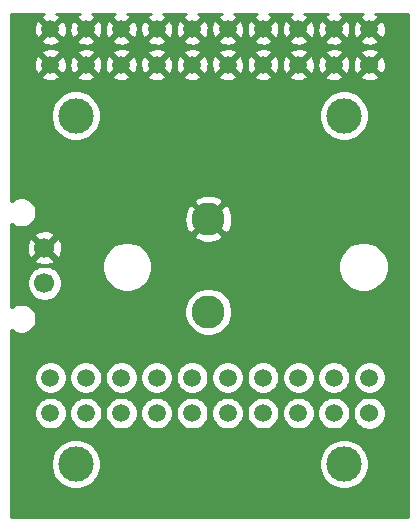
<source format=gbr>
G04 #@! TF.GenerationSoftware,KiCad,Pcbnew,(5.1.4)-1*
G04 #@! TF.CreationDate,2019-09-21T14:45:54-05:00*
G04 #@! TF.ProjectId,TemperaturePower,54656d70-6572-4617-9475-7265506f7765,rev?*
G04 #@! TF.SameCoordinates,Original*
G04 #@! TF.FileFunction,Copper,L1,Top*
G04 #@! TF.FilePolarity,Positive*
%FSLAX46Y46*%
G04 Gerber Fmt 4.6, Leading zero omitted, Abs format (unit mm)*
G04 Created by KiCad (PCBNEW (5.1.4)-1) date 2019-09-21 14:45:54*
%MOMM*%
%LPD*%
G04 APERTURE LIST*
%ADD10C,1.524000*%
%ADD11C,1.500000*%
%ADD12C,3.000000*%
%ADD13C,1.700000*%
%ADD14C,2.800000*%
%ADD15C,0.254000*%
G04 APERTURE END LIST*
D10*
X148500000Y-101500000D03*
D11*
X145500000Y-101500000D03*
X142500000Y-101500000D03*
X139500000Y-101500000D03*
X136500000Y-101500000D03*
X133500000Y-101500000D03*
X130500000Y-101500000D03*
X127500000Y-101500000D03*
X124500000Y-101500000D03*
X121500000Y-101500000D03*
X148500000Y-98500000D03*
X145500000Y-98500000D03*
X142500000Y-98500000D03*
X139500000Y-98500000D03*
X136500000Y-98500000D03*
X133500000Y-98500000D03*
X130500000Y-98500000D03*
X127500000Y-98500000D03*
X124500000Y-98500000D03*
X121500000Y-98500000D03*
D12*
X146350000Y-105820000D03*
X123650000Y-105820000D03*
D13*
X121000000Y-120000000D03*
X121000000Y-117000000D03*
D12*
X123650000Y-135320000D03*
X146350000Y-135320000D03*
D11*
X121500000Y-128000000D03*
X124500000Y-128000000D03*
X127500000Y-128000000D03*
X130500000Y-128000000D03*
X133500000Y-128000000D03*
X136500000Y-128000000D03*
X139500000Y-128000000D03*
X142500000Y-128000000D03*
X145500000Y-128000000D03*
X148500000Y-128000000D03*
X121500000Y-131000000D03*
X124500000Y-131000000D03*
X127500000Y-131000000D03*
X130500000Y-131000000D03*
X133500000Y-131000000D03*
X136500000Y-131000000D03*
X139500000Y-131000000D03*
X142500000Y-131000000D03*
X145500000Y-131000000D03*
D10*
X148500000Y-131000000D03*
D14*
X134874000Y-114554000D03*
X134874000Y-122428000D03*
D15*
G36*
X120901168Y-97243723D02*
G01*
X120788137Y-97304140D01*
X120722612Y-97543007D01*
X121500000Y-98320395D01*
X122277388Y-97543007D01*
X122211863Y-97304140D01*
X122011254Y-97210000D01*
X123994525Y-97210000D01*
X123901168Y-97243723D01*
X123788137Y-97304140D01*
X123722612Y-97543007D01*
X124500000Y-98320395D01*
X125277388Y-97543007D01*
X125211863Y-97304140D01*
X125011254Y-97210000D01*
X126994525Y-97210000D01*
X126901168Y-97243723D01*
X126788137Y-97304140D01*
X126722612Y-97543007D01*
X127500000Y-98320395D01*
X128277388Y-97543007D01*
X128211863Y-97304140D01*
X128011254Y-97210000D01*
X129994525Y-97210000D01*
X129901168Y-97243723D01*
X129788137Y-97304140D01*
X129722612Y-97543007D01*
X130500000Y-98320395D01*
X131277388Y-97543007D01*
X131211863Y-97304140D01*
X131011254Y-97210000D01*
X132994525Y-97210000D01*
X132901168Y-97243723D01*
X132788137Y-97304140D01*
X132722612Y-97543007D01*
X133500000Y-98320395D01*
X134277388Y-97543007D01*
X134211863Y-97304140D01*
X134011254Y-97210000D01*
X135994525Y-97210000D01*
X135901168Y-97243723D01*
X135788137Y-97304140D01*
X135722612Y-97543007D01*
X136500000Y-98320395D01*
X137277388Y-97543007D01*
X137211863Y-97304140D01*
X137011254Y-97210000D01*
X138994525Y-97210000D01*
X138901168Y-97243723D01*
X138788137Y-97304140D01*
X138722612Y-97543007D01*
X139500000Y-98320395D01*
X140277388Y-97543007D01*
X140211863Y-97304140D01*
X140011254Y-97210000D01*
X141994525Y-97210000D01*
X141901168Y-97243723D01*
X141788137Y-97304140D01*
X141722612Y-97543007D01*
X142500000Y-98320395D01*
X143277388Y-97543007D01*
X143211863Y-97304140D01*
X143011254Y-97210000D01*
X144994525Y-97210000D01*
X144901168Y-97243723D01*
X144788137Y-97304140D01*
X144722612Y-97543007D01*
X145500000Y-98320395D01*
X146277388Y-97543007D01*
X146211863Y-97304140D01*
X146011254Y-97210000D01*
X147994525Y-97210000D01*
X147901168Y-97243723D01*
X147788137Y-97304140D01*
X147722612Y-97543007D01*
X148500000Y-98320395D01*
X149277388Y-97543007D01*
X149211863Y-97304140D01*
X149011254Y-97210000D01*
X151790000Y-97210000D01*
X151790001Y-139790000D01*
X118210000Y-139790000D01*
X118210000Y-135109721D01*
X121515000Y-135109721D01*
X121515000Y-135530279D01*
X121597047Y-135942756D01*
X121757988Y-136331302D01*
X121991637Y-136680983D01*
X122289017Y-136978363D01*
X122638698Y-137212012D01*
X123027244Y-137372953D01*
X123439721Y-137455000D01*
X123860279Y-137455000D01*
X124272756Y-137372953D01*
X124661302Y-137212012D01*
X125010983Y-136978363D01*
X125308363Y-136680983D01*
X125542012Y-136331302D01*
X125702953Y-135942756D01*
X125785000Y-135530279D01*
X125785000Y-135109721D01*
X144215000Y-135109721D01*
X144215000Y-135530279D01*
X144297047Y-135942756D01*
X144457988Y-136331302D01*
X144691637Y-136680983D01*
X144989017Y-136978363D01*
X145338698Y-137212012D01*
X145727244Y-137372953D01*
X146139721Y-137455000D01*
X146560279Y-137455000D01*
X146972756Y-137372953D01*
X147361302Y-137212012D01*
X147710983Y-136978363D01*
X148008363Y-136680983D01*
X148242012Y-136331302D01*
X148402953Y-135942756D01*
X148485000Y-135530279D01*
X148485000Y-135109721D01*
X148402953Y-134697244D01*
X148242012Y-134308698D01*
X148008363Y-133959017D01*
X147710983Y-133661637D01*
X147361302Y-133427988D01*
X146972756Y-133267047D01*
X146560279Y-133185000D01*
X146139721Y-133185000D01*
X145727244Y-133267047D01*
X145338698Y-133427988D01*
X144989017Y-133661637D01*
X144691637Y-133959017D01*
X144457988Y-134308698D01*
X144297047Y-134697244D01*
X144215000Y-135109721D01*
X125785000Y-135109721D01*
X125702953Y-134697244D01*
X125542012Y-134308698D01*
X125308363Y-133959017D01*
X125010983Y-133661637D01*
X124661302Y-133427988D01*
X124272756Y-133267047D01*
X123860279Y-133185000D01*
X123439721Y-133185000D01*
X123027244Y-133267047D01*
X122638698Y-133427988D01*
X122289017Y-133661637D01*
X121991637Y-133959017D01*
X121757988Y-134308698D01*
X121597047Y-134697244D01*
X121515000Y-135109721D01*
X118210000Y-135109721D01*
X118210000Y-130863589D01*
X120115000Y-130863589D01*
X120115000Y-131136411D01*
X120168225Y-131403989D01*
X120272629Y-131656043D01*
X120424201Y-131882886D01*
X120617114Y-132075799D01*
X120843957Y-132227371D01*
X121096011Y-132331775D01*
X121363589Y-132385000D01*
X121636411Y-132385000D01*
X121903989Y-132331775D01*
X122156043Y-132227371D01*
X122382886Y-132075799D01*
X122575799Y-131882886D01*
X122727371Y-131656043D01*
X122831775Y-131403989D01*
X122885000Y-131136411D01*
X122885000Y-130863589D01*
X123115000Y-130863589D01*
X123115000Y-131136411D01*
X123168225Y-131403989D01*
X123272629Y-131656043D01*
X123424201Y-131882886D01*
X123617114Y-132075799D01*
X123843957Y-132227371D01*
X124096011Y-132331775D01*
X124363589Y-132385000D01*
X124636411Y-132385000D01*
X124903989Y-132331775D01*
X125156043Y-132227371D01*
X125382886Y-132075799D01*
X125575799Y-131882886D01*
X125727371Y-131656043D01*
X125831775Y-131403989D01*
X125885000Y-131136411D01*
X125885000Y-130863589D01*
X126115000Y-130863589D01*
X126115000Y-131136411D01*
X126168225Y-131403989D01*
X126272629Y-131656043D01*
X126424201Y-131882886D01*
X126617114Y-132075799D01*
X126843957Y-132227371D01*
X127096011Y-132331775D01*
X127363589Y-132385000D01*
X127636411Y-132385000D01*
X127903989Y-132331775D01*
X128156043Y-132227371D01*
X128382886Y-132075799D01*
X128575799Y-131882886D01*
X128727371Y-131656043D01*
X128831775Y-131403989D01*
X128885000Y-131136411D01*
X128885000Y-130863589D01*
X129115000Y-130863589D01*
X129115000Y-131136411D01*
X129168225Y-131403989D01*
X129272629Y-131656043D01*
X129424201Y-131882886D01*
X129617114Y-132075799D01*
X129843957Y-132227371D01*
X130096011Y-132331775D01*
X130363589Y-132385000D01*
X130636411Y-132385000D01*
X130903989Y-132331775D01*
X131156043Y-132227371D01*
X131382886Y-132075799D01*
X131575799Y-131882886D01*
X131727371Y-131656043D01*
X131831775Y-131403989D01*
X131885000Y-131136411D01*
X131885000Y-130863589D01*
X132115000Y-130863589D01*
X132115000Y-131136411D01*
X132168225Y-131403989D01*
X132272629Y-131656043D01*
X132424201Y-131882886D01*
X132617114Y-132075799D01*
X132843957Y-132227371D01*
X133096011Y-132331775D01*
X133363589Y-132385000D01*
X133636411Y-132385000D01*
X133903989Y-132331775D01*
X134156043Y-132227371D01*
X134382886Y-132075799D01*
X134575799Y-131882886D01*
X134727371Y-131656043D01*
X134831775Y-131403989D01*
X134885000Y-131136411D01*
X134885000Y-130863589D01*
X135115000Y-130863589D01*
X135115000Y-131136411D01*
X135168225Y-131403989D01*
X135272629Y-131656043D01*
X135424201Y-131882886D01*
X135617114Y-132075799D01*
X135843957Y-132227371D01*
X136096011Y-132331775D01*
X136363589Y-132385000D01*
X136636411Y-132385000D01*
X136903989Y-132331775D01*
X137156043Y-132227371D01*
X137382886Y-132075799D01*
X137575799Y-131882886D01*
X137727371Y-131656043D01*
X137831775Y-131403989D01*
X137885000Y-131136411D01*
X137885000Y-130863589D01*
X138115000Y-130863589D01*
X138115000Y-131136411D01*
X138168225Y-131403989D01*
X138272629Y-131656043D01*
X138424201Y-131882886D01*
X138617114Y-132075799D01*
X138843957Y-132227371D01*
X139096011Y-132331775D01*
X139363589Y-132385000D01*
X139636411Y-132385000D01*
X139903989Y-132331775D01*
X140156043Y-132227371D01*
X140382886Y-132075799D01*
X140575799Y-131882886D01*
X140727371Y-131656043D01*
X140831775Y-131403989D01*
X140885000Y-131136411D01*
X140885000Y-130863589D01*
X141115000Y-130863589D01*
X141115000Y-131136411D01*
X141168225Y-131403989D01*
X141272629Y-131656043D01*
X141424201Y-131882886D01*
X141617114Y-132075799D01*
X141843957Y-132227371D01*
X142096011Y-132331775D01*
X142363589Y-132385000D01*
X142636411Y-132385000D01*
X142903989Y-132331775D01*
X143156043Y-132227371D01*
X143382886Y-132075799D01*
X143575799Y-131882886D01*
X143727371Y-131656043D01*
X143831775Y-131403989D01*
X143885000Y-131136411D01*
X143885000Y-130863589D01*
X144115000Y-130863589D01*
X144115000Y-131136411D01*
X144168225Y-131403989D01*
X144272629Y-131656043D01*
X144424201Y-131882886D01*
X144617114Y-132075799D01*
X144843957Y-132227371D01*
X145096011Y-132331775D01*
X145363589Y-132385000D01*
X145636411Y-132385000D01*
X145903989Y-132331775D01*
X146156043Y-132227371D01*
X146382886Y-132075799D01*
X146575799Y-131882886D01*
X146727371Y-131656043D01*
X146831775Y-131403989D01*
X146885000Y-131136411D01*
X146885000Y-130863589D01*
X146884766Y-130862408D01*
X147103000Y-130862408D01*
X147103000Y-131137592D01*
X147156686Y-131407490D01*
X147261995Y-131661727D01*
X147414880Y-131890535D01*
X147609465Y-132085120D01*
X147838273Y-132238005D01*
X148092510Y-132343314D01*
X148362408Y-132397000D01*
X148637592Y-132397000D01*
X148907490Y-132343314D01*
X149161727Y-132238005D01*
X149390535Y-132085120D01*
X149585120Y-131890535D01*
X149738005Y-131661727D01*
X149843314Y-131407490D01*
X149897000Y-131137592D01*
X149897000Y-130862408D01*
X149843314Y-130592510D01*
X149738005Y-130338273D01*
X149585120Y-130109465D01*
X149390535Y-129914880D01*
X149161727Y-129761995D01*
X148907490Y-129656686D01*
X148637592Y-129603000D01*
X148362408Y-129603000D01*
X148092510Y-129656686D01*
X147838273Y-129761995D01*
X147609465Y-129914880D01*
X147414880Y-130109465D01*
X147261995Y-130338273D01*
X147156686Y-130592510D01*
X147103000Y-130862408D01*
X146884766Y-130862408D01*
X146831775Y-130596011D01*
X146727371Y-130343957D01*
X146575799Y-130117114D01*
X146382886Y-129924201D01*
X146156043Y-129772629D01*
X145903989Y-129668225D01*
X145636411Y-129615000D01*
X145363589Y-129615000D01*
X145096011Y-129668225D01*
X144843957Y-129772629D01*
X144617114Y-129924201D01*
X144424201Y-130117114D01*
X144272629Y-130343957D01*
X144168225Y-130596011D01*
X144115000Y-130863589D01*
X143885000Y-130863589D01*
X143831775Y-130596011D01*
X143727371Y-130343957D01*
X143575799Y-130117114D01*
X143382886Y-129924201D01*
X143156043Y-129772629D01*
X142903989Y-129668225D01*
X142636411Y-129615000D01*
X142363589Y-129615000D01*
X142096011Y-129668225D01*
X141843957Y-129772629D01*
X141617114Y-129924201D01*
X141424201Y-130117114D01*
X141272629Y-130343957D01*
X141168225Y-130596011D01*
X141115000Y-130863589D01*
X140885000Y-130863589D01*
X140831775Y-130596011D01*
X140727371Y-130343957D01*
X140575799Y-130117114D01*
X140382886Y-129924201D01*
X140156043Y-129772629D01*
X139903989Y-129668225D01*
X139636411Y-129615000D01*
X139363589Y-129615000D01*
X139096011Y-129668225D01*
X138843957Y-129772629D01*
X138617114Y-129924201D01*
X138424201Y-130117114D01*
X138272629Y-130343957D01*
X138168225Y-130596011D01*
X138115000Y-130863589D01*
X137885000Y-130863589D01*
X137831775Y-130596011D01*
X137727371Y-130343957D01*
X137575799Y-130117114D01*
X137382886Y-129924201D01*
X137156043Y-129772629D01*
X136903989Y-129668225D01*
X136636411Y-129615000D01*
X136363589Y-129615000D01*
X136096011Y-129668225D01*
X135843957Y-129772629D01*
X135617114Y-129924201D01*
X135424201Y-130117114D01*
X135272629Y-130343957D01*
X135168225Y-130596011D01*
X135115000Y-130863589D01*
X134885000Y-130863589D01*
X134831775Y-130596011D01*
X134727371Y-130343957D01*
X134575799Y-130117114D01*
X134382886Y-129924201D01*
X134156043Y-129772629D01*
X133903989Y-129668225D01*
X133636411Y-129615000D01*
X133363589Y-129615000D01*
X133096011Y-129668225D01*
X132843957Y-129772629D01*
X132617114Y-129924201D01*
X132424201Y-130117114D01*
X132272629Y-130343957D01*
X132168225Y-130596011D01*
X132115000Y-130863589D01*
X131885000Y-130863589D01*
X131831775Y-130596011D01*
X131727371Y-130343957D01*
X131575799Y-130117114D01*
X131382886Y-129924201D01*
X131156043Y-129772629D01*
X130903989Y-129668225D01*
X130636411Y-129615000D01*
X130363589Y-129615000D01*
X130096011Y-129668225D01*
X129843957Y-129772629D01*
X129617114Y-129924201D01*
X129424201Y-130117114D01*
X129272629Y-130343957D01*
X129168225Y-130596011D01*
X129115000Y-130863589D01*
X128885000Y-130863589D01*
X128831775Y-130596011D01*
X128727371Y-130343957D01*
X128575799Y-130117114D01*
X128382886Y-129924201D01*
X128156043Y-129772629D01*
X127903989Y-129668225D01*
X127636411Y-129615000D01*
X127363589Y-129615000D01*
X127096011Y-129668225D01*
X126843957Y-129772629D01*
X126617114Y-129924201D01*
X126424201Y-130117114D01*
X126272629Y-130343957D01*
X126168225Y-130596011D01*
X126115000Y-130863589D01*
X125885000Y-130863589D01*
X125831775Y-130596011D01*
X125727371Y-130343957D01*
X125575799Y-130117114D01*
X125382886Y-129924201D01*
X125156043Y-129772629D01*
X124903989Y-129668225D01*
X124636411Y-129615000D01*
X124363589Y-129615000D01*
X124096011Y-129668225D01*
X123843957Y-129772629D01*
X123617114Y-129924201D01*
X123424201Y-130117114D01*
X123272629Y-130343957D01*
X123168225Y-130596011D01*
X123115000Y-130863589D01*
X122885000Y-130863589D01*
X122831775Y-130596011D01*
X122727371Y-130343957D01*
X122575799Y-130117114D01*
X122382886Y-129924201D01*
X122156043Y-129772629D01*
X121903989Y-129668225D01*
X121636411Y-129615000D01*
X121363589Y-129615000D01*
X121096011Y-129668225D01*
X120843957Y-129772629D01*
X120617114Y-129924201D01*
X120424201Y-130117114D01*
X120272629Y-130343957D01*
X120168225Y-130596011D01*
X120115000Y-130863589D01*
X118210000Y-130863589D01*
X118210000Y-127863589D01*
X120115000Y-127863589D01*
X120115000Y-128136411D01*
X120168225Y-128403989D01*
X120272629Y-128656043D01*
X120424201Y-128882886D01*
X120617114Y-129075799D01*
X120843957Y-129227371D01*
X121096011Y-129331775D01*
X121363589Y-129385000D01*
X121636411Y-129385000D01*
X121903989Y-129331775D01*
X122156043Y-129227371D01*
X122382886Y-129075799D01*
X122575799Y-128882886D01*
X122727371Y-128656043D01*
X122831775Y-128403989D01*
X122885000Y-128136411D01*
X122885000Y-127863589D01*
X123115000Y-127863589D01*
X123115000Y-128136411D01*
X123168225Y-128403989D01*
X123272629Y-128656043D01*
X123424201Y-128882886D01*
X123617114Y-129075799D01*
X123843957Y-129227371D01*
X124096011Y-129331775D01*
X124363589Y-129385000D01*
X124636411Y-129385000D01*
X124903989Y-129331775D01*
X125156043Y-129227371D01*
X125382886Y-129075799D01*
X125575799Y-128882886D01*
X125727371Y-128656043D01*
X125831775Y-128403989D01*
X125885000Y-128136411D01*
X125885000Y-127863589D01*
X126115000Y-127863589D01*
X126115000Y-128136411D01*
X126168225Y-128403989D01*
X126272629Y-128656043D01*
X126424201Y-128882886D01*
X126617114Y-129075799D01*
X126843957Y-129227371D01*
X127096011Y-129331775D01*
X127363589Y-129385000D01*
X127636411Y-129385000D01*
X127903989Y-129331775D01*
X128156043Y-129227371D01*
X128382886Y-129075799D01*
X128575799Y-128882886D01*
X128727371Y-128656043D01*
X128831775Y-128403989D01*
X128885000Y-128136411D01*
X128885000Y-127863589D01*
X129115000Y-127863589D01*
X129115000Y-128136411D01*
X129168225Y-128403989D01*
X129272629Y-128656043D01*
X129424201Y-128882886D01*
X129617114Y-129075799D01*
X129843957Y-129227371D01*
X130096011Y-129331775D01*
X130363589Y-129385000D01*
X130636411Y-129385000D01*
X130903989Y-129331775D01*
X131156043Y-129227371D01*
X131382886Y-129075799D01*
X131575799Y-128882886D01*
X131727371Y-128656043D01*
X131831775Y-128403989D01*
X131885000Y-128136411D01*
X131885000Y-127863589D01*
X132115000Y-127863589D01*
X132115000Y-128136411D01*
X132168225Y-128403989D01*
X132272629Y-128656043D01*
X132424201Y-128882886D01*
X132617114Y-129075799D01*
X132843957Y-129227371D01*
X133096011Y-129331775D01*
X133363589Y-129385000D01*
X133636411Y-129385000D01*
X133903989Y-129331775D01*
X134156043Y-129227371D01*
X134382886Y-129075799D01*
X134575799Y-128882886D01*
X134727371Y-128656043D01*
X134831775Y-128403989D01*
X134885000Y-128136411D01*
X134885000Y-127863589D01*
X135115000Y-127863589D01*
X135115000Y-128136411D01*
X135168225Y-128403989D01*
X135272629Y-128656043D01*
X135424201Y-128882886D01*
X135617114Y-129075799D01*
X135843957Y-129227371D01*
X136096011Y-129331775D01*
X136363589Y-129385000D01*
X136636411Y-129385000D01*
X136903989Y-129331775D01*
X137156043Y-129227371D01*
X137382886Y-129075799D01*
X137575799Y-128882886D01*
X137727371Y-128656043D01*
X137831775Y-128403989D01*
X137885000Y-128136411D01*
X137885000Y-127863589D01*
X138115000Y-127863589D01*
X138115000Y-128136411D01*
X138168225Y-128403989D01*
X138272629Y-128656043D01*
X138424201Y-128882886D01*
X138617114Y-129075799D01*
X138843957Y-129227371D01*
X139096011Y-129331775D01*
X139363589Y-129385000D01*
X139636411Y-129385000D01*
X139903989Y-129331775D01*
X140156043Y-129227371D01*
X140382886Y-129075799D01*
X140575799Y-128882886D01*
X140727371Y-128656043D01*
X140831775Y-128403989D01*
X140885000Y-128136411D01*
X140885000Y-127863589D01*
X141115000Y-127863589D01*
X141115000Y-128136411D01*
X141168225Y-128403989D01*
X141272629Y-128656043D01*
X141424201Y-128882886D01*
X141617114Y-129075799D01*
X141843957Y-129227371D01*
X142096011Y-129331775D01*
X142363589Y-129385000D01*
X142636411Y-129385000D01*
X142903989Y-129331775D01*
X143156043Y-129227371D01*
X143382886Y-129075799D01*
X143575799Y-128882886D01*
X143727371Y-128656043D01*
X143831775Y-128403989D01*
X143885000Y-128136411D01*
X143885000Y-127863589D01*
X144115000Y-127863589D01*
X144115000Y-128136411D01*
X144168225Y-128403989D01*
X144272629Y-128656043D01*
X144424201Y-128882886D01*
X144617114Y-129075799D01*
X144843957Y-129227371D01*
X145096011Y-129331775D01*
X145363589Y-129385000D01*
X145636411Y-129385000D01*
X145903989Y-129331775D01*
X146156043Y-129227371D01*
X146382886Y-129075799D01*
X146575799Y-128882886D01*
X146727371Y-128656043D01*
X146831775Y-128403989D01*
X146885000Y-128136411D01*
X146885000Y-127863589D01*
X147115000Y-127863589D01*
X147115000Y-128136411D01*
X147168225Y-128403989D01*
X147272629Y-128656043D01*
X147424201Y-128882886D01*
X147617114Y-129075799D01*
X147843957Y-129227371D01*
X148096011Y-129331775D01*
X148363589Y-129385000D01*
X148636411Y-129385000D01*
X148903989Y-129331775D01*
X149156043Y-129227371D01*
X149382886Y-129075799D01*
X149575799Y-128882886D01*
X149727371Y-128656043D01*
X149831775Y-128403989D01*
X149885000Y-128136411D01*
X149885000Y-127863589D01*
X149831775Y-127596011D01*
X149727371Y-127343957D01*
X149575799Y-127117114D01*
X149382886Y-126924201D01*
X149156043Y-126772629D01*
X148903989Y-126668225D01*
X148636411Y-126615000D01*
X148363589Y-126615000D01*
X148096011Y-126668225D01*
X147843957Y-126772629D01*
X147617114Y-126924201D01*
X147424201Y-127117114D01*
X147272629Y-127343957D01*
X147168225Y-127596011D01*
X147115000Y-127863589D01*
X146885000Y-127863589D01*
X146831775Y-127596011D01*
X146727371Y-127343957D01*
X146575799Y-127117114D01*
X146382886Y-126924201D01*
X146156043Y-126772629D01*
X145903989Y-126668225D01*
X145636411Y-126615000D01*
X145363589Y-126615000D01*
X145096011Y-126668225D01*
X144843957Y-126772629D01*
X144617114Y-126924201D01*
X144424201Y-127117114D01*
X144272629Y-127343957D01*
X144168225Y-127596011D01*
X144115000Y-127863589D01*
X143885000Y-127863589D01*
X143831775Y-127596011D01*
X143727371Y-127343957D01*
X143575799Y-127117114D01*
X143382886Y-126924201D01*
X143156043Y-126772629D01*
X142903989Y-126668225D01*
X142636411Y-126615000D01*
X142363589Y-126615000D01*
X142096011Y-126668225D01*
X141843957Y-126772629D01*
X141617114Y-126924201D01*
X141424201Y-127117114D01*
X141272629Y-127343957D01*
X141168225Y-127596011D01*
X141115000Y-127863589D01*
X140885000Y-127863589D01*
X140831775Y-127596011D01*
X140727371Y-127343957D01*
X140575799Y-127117114D01*
X140382886Y-126924201D01*
X140156043Y-126772629D01*
X139903989Y-126668225D01*
X139636411Y-126615000D01*
X139363589Y-126615000D01*
X139096011Y-126668225D01*
X138843957Y-126772629D01*
X138617114Y-126924201D01*
X138424201Y-127117114D01*
X138272629Y-127343957D01*
X138168225Y-127596011D01*
X138115000Y-127863589D01*
X137885000Y-127863589D01*
X137831775Y-127596011D01*
X137727371Y-127343957D01*
X137575799Y-127117114D01*
X137382886Y-126924201D01*
X137156043Y-126772629D01*
X136903989Y-126668225D01*
X136636411Y-126615000D01*
X136363589Y-126615000D01*
X136096011Y-126668225D01*
X135843957Y-126772629D01*
X135617114Y-126924201D01*
X135424201Y-127117114D01*
X135272629Y-127343957D01*
X135168225Y-127596011D01*
X135115000Y-127863589D01*
X134885000Y-127863589D01*
X134831775Y-127596011D01*
X134727371Y-127343957D01*
X134575799Y-127117114D01*
X134382886Y-126924201D01*
X134156043Y-126772629D01*
X133903989Y-126668225D01*
X133636411Y-126615000D01*
X133363589Y-126615000D01*
X133096011Y-126668225D01*
X132843957Y-126772629D01*
X132617114Y-126924201D01*
X132424201Y-127117114D01*
X132272629Y-127343957D01*
X132168225Y-127596011D01*
X132115000Y-127863589D01*
X131885000Y-127863589D01*
X131831775Y-127596011D01*
X131727371Y-127343957D01*
X131575799Y-127117114D01*
X131382886Y-126924201D01*
X131156043Y-126772629D01*
X130903989Y-126668225D01*
X130636411Y-126615000D01*
X130363589Y-126615000D01*
X130096011Y-126668225D01*
X129843957Y-126772629D01*
X129617114Y-126924201D01*
X129424201Y-127117114D01*
X129272629Y-127343957D01*
X129168225Y-127596011D01*
X129115000Y-127863589D01*
X128885000Y-127863589D01*
X128831775Y-127596011D01*
X128727371Y-127343957D01*
X128575799Y-127117114D01*
X128382886Y-126924201D01*
X128156043Y-126772629D01*
X127903989Y-126668225D01*
X127636411Y-126615000D01*
X127363589Y-126615000D01*
X127096011Y-126668225D01*
X126843957Y-126772629D01*
X126617114Y-126924201D01*
X126424201Y-127117114D01*
X126272629Y-127343957D01*
X126168225Y-127596011D01*
X126115000Y-127863589D01*
X125885000Y-127863589D01*
X125831775Y-127596011D01*
X125727371Y-127343957D01*
X125575799Y-127117114D01*
X125382886Y-126924201D01*
X125156043Y-126772629D01*
X124903989Y-126668225D01*
X124636411Y-126615000D01*
X124363589Y-126615000D01*
X124096011Y-126668225D01*
X123843957Y-126772629D01*
X123617114Y-126924201D01*
X123424201Y-127117114D01*
X123272629Y-127343957D01*
X123168225Y-127596011D01*
X123115000Y-127863589D01*
X122885000Y-127863589D01*
X122831775Y-127596011D01*
X122727371Y-127343957D01*
X122575799Y-127117114D01*
X122382886Y-126924201D01*
X122156043Y-126772629D01*
X121903989Y-126668225D01*
X121636411Y-126615000D01*
X121363589Y-126615000D01*
X121096011Y-126668225D01*
X120843957Y-126772629D01*
X120617114Y-126924201D01*
X120424201Y-127117114D01*
X120272629Y-127343957D01*
X120168225Y-127596011D01*
X120115000Y-127863589D01*
X118210000Y-127863589D01*
X118210000Y-123966051D01*
X118230422Y-123986473D01*
X118438429Y-124125459D01*
X118669555Y-124221195D01*
X118914916Y-124270000D01*
X119165084Y-124270000D01*
X119410445Y-124221195D01*
X119641571Y-124125459D01*
X119849578Y-123986473D01*
X120026473Y-123809578D01*
X120165459Y-123601571D01*
X120261195Y-123370445D01*
X120310000Y-123125084D01*
X120310000Y-122874916D01*
X120261195Y-122629555D01*
X120165459Y-122398429D01*
X120051295Y-122227570D01*
X132839000Y-122227570D01*
X132839000Y-122628430D01*
X132917204Y-123021587D01*
X133070607Y-123391934D01*
X133293313Y-123725237D01*
X133576763Y-124008687D01*
X133910066Y-124231393D01*
X134280413Y-124384796D01*
X134673570Y-124463000D01*
X135074430Y-124463000D01*
X135467587Y-124384796D01*
X135837934Y-124231393D01*
X136171237Y-124008687D01*
X136454687Y-123725237D01*
X136677393Y-123391934D01*
X136830796Y-123021587D01*
X136909000Y-122628430D01*
X136909000Y-122227570D01*
X136830796Y-121834413D01*
X136677393Y-121464066D01*
X136454687Y-121130763D01*
X136171237Y-120847313D01*
X135837934Y-120624607D01*
X135467587Y-120471204D01*
X135074430Y-120393000D01*
X134673570Y-120393000D01*
X134280413Y-120471204D01*
X133910066Y-120624607D01*
X133576763Y-120847313D01*
X133293313Y-121130763D01*
X133070607Y-121464066D01*
X132917204Y-121834413D01*
X132839000Y-122227570D01*
X120051295Y-122227570D01*
X120026473Y-122190422D01*
X119849578Y-122013527D01*
X119641571Y-121874541D01*
X119410445Y-121778805D01*
X119165084Y-121730000D01*
X118914916Y-121730000D01*
X118669555Y-121778805D01*
X118438429Y-121874541D01*
X118230422Y-122013527D01*
X118210000Y-122033949D01*
X118210000Y-119853740D01*
X119515000Y-119853740D01*
X119515000Y-120146260D01*
X119572068Y-120433158D01*
X119684010Y-120703411D01*
X119846525Y-120946632D01*
X120053368Y-121153475D01*
X120296589Y-121315990D01*
X120566842Y-121427932D01*
X120853740Y-121485000D01*
X121146260Y-121485000D01*
X121433158Y-121427932D01*
X121703411Y-121315990D01*
X121946632Y-121153475D01*
X122153475Y-120946632D01*
X122315990Y-120703411D01*
X122427932Y-120433158D01*
X122485000Y-120146260D01*
X122485000Y-119853740D01*
X122427932Y-119566842D01*
X122315990Y-119296589D01*
X122153475Y-119053368D01*
X121946632Y-118846525D01*
X121703411Y-118684010D01*
X121433158Y-118572068D01*
X121146260Y-118515000D01*
X120853740Y-118515000D01*
X120566842Y-118572068D01*
X120296589Y-118684010D01*
X120053368Y-118846525D01*
X119846525Y-119053368D01*
X119684010Y-119296589D01*
X119572068Y-119566842D01*
X119515000Y-119853740D01*
X118210000Y-119853740D01*
X118210000Y-118028397D01*
X120151208Y-118028397D01*
X120228843Y-118277472D01*
X120492883Y-118403371D01*
X120776411Y-118475339D01*
X121068531Y-118490611D01*
X121358019Y-118448599D01*
X121473408Y-118407721D01*
X125865000Y-118407721D01*
X125865000Y-118828279D01*
X125947047Y-119240756D01*
X126107988Y-119629302D01*
X126341637Y-119978983D01*
X126639017Y-120276363D01*
X126988698Y-120510012D01*
X127377244Y-120670953D01*
X127789721Y-120753000D01*
X128210279Y-120753000D01*
X128622756Y-120670953D01*
X129011302Y-120510012D01*
X129360983Y-120276363D01*
X129658363Y-119978983D01*
X129892012Y-119629302D01*
X130052953Y-119240756D01*
X130135000Y-118828279D01*
X130135000Y-118407721D01*
X145865000Y-118407721D01*
X145865000Y-118828279D01*
X145947047Y-119240756D01*
X146107988Y-119629302D01*
X146341637Y-119978983D01*
X146639017Y-120276363D01*
X146988698Y-120510012D01*
X147377244Y-120670953D01*
X147789721Y-120753000D01*
X148210279Y-120753000D01*
X148622756Y-120670953D01*
X149011302Y-120510012D01*
X149360983Y-120276363D01*
X149658363Y-119978983D01*
X149892012Y-119629302D01*
X150052953Y-119240756D01*
X150135000Y-118828279D01*
X150135000Y-118407721D01*
X150052953Y-117995244D01*
X149892012Y-117606698D01*
X149658363Y-117257017D01*
X149360983Y-116959637D01*
X149011302Y-116725988D01*
X148622756Y-116565047D01*
X148210279Y-116483000D01*
X147789721Y-116483000D01*
X147377244Y-116565047D01*
X146988698Y-116725988D01*
X146639017Y-116959637D01*
X146341637Y-117257017D01*
X146107988Y-117606698D01*
X145947047Y-117995244D01*
X145865000Y-118407721D01*
X130135000Y-118407721D01*
X130052953Y-117995244D01*
X129892012Y-117606698D01*
X129658363Y-117257017D01*
X129360983Y-116959637D01*
X129011302Y-116725988D01*
X128622756Y-116565047D01*
X128210279Y-116483000D01*
X127789721Y-116483000D01*
X127377244Y-116565047D01*
X126988698Y-116725988D01*
X126639017Y-116959637D01*
X126341637Y-117257017D01*
X126107988Y-117606698D01*
X125947047Y-117995244D01*
X125865000Y-118407721D01*
X121473408Y-118407721D01*
X121633747Y-118350919D01*
X121771157Y-118277472D01*
X121848792Y-118028397D01*
X121000000Y-117179605D01*
X120151208Y-118028397D01*
X118210000Y-118028397D01*
X118210000Y-117068531D01*
X119509389Y-117068531D01*
X119551401Y-117358019D01*
X119649081Y-117633747D01*
X119722528Y-117771157D01*
X119971603Y-117848792D01*
X120820395Y-117000000D01*
X121179605Y-117000000D01*
X122028397Y-117848792D01*
X122277472Y-117771157D01*
X122403371Y-117507117D01*
X122475339Y-117223589D01*
X122490611Y-116931469D01*
X122448599Y-116641981D01*
X122350919Y-116366253D01*
X122277472Y-116228843D01*
X122028397Y-116151208D01*
X121179605Y-117000000D01*
X120820395Y-117000000D01*
X119971603Y-116151208D01*
X119722528Y-116228843D01*
X119596629Y-116492883D01*
X119524661Y-116776411D01*
X119509389Y-117068531D01*
X118210000Y-117068531D01*
X118210000Y-115971603D01*
X120151208Y-115971603D01*
X121000000Y-116820395D01*
X121845948Y-115974447D01*
X133633158Y-115974447D01*
X133777135Y-116279770D01*
X134134892Y-116460597D01*
X134521053Y-116568155D01*
X134920777Y-116598310D01*
X135318704Y-116549904D01*
X135699540Y-116424795D01*
X135970865Y-116279770D01*
X136114842Y-115974447D01*
X134874000Y-114733605D01*
X133633158Y-115974447D01*
X121845948Y-115974447D01*
X121848792Y-115971603D01*
X121771157Y-115722528D01*
X121507117Y-115596629D01*
X121223589Y-115524661D01*
X120931469Y-115509389D01*
X120641981Y-115551401D01*
X120366253Y-115649081D01*
X120228843Y-115722528D01*
X120151208Y-115971603D01*
X118210000Y-115971603D01*
X118210000Y-114966051D01*
X118230422Y-114986473D01*
X118438429Y-115125459D01*
X118669555Y-115221195D01*
X118914916Y-115270000D01*
X119165084Y-115270000D01*
X119410445Y-115221195D01*
X119641571Y-115125459D01*
X119849578Y-114986473D01*
X120026473Y-114809578D01*
X120165459Y-114601571D01*
X120165787Y-114600777D01*
X132829690Y-114600777D01*
X132878096Y-114998704D01*
X133003205Y-115379540D01*
X133148230Y-115650865D01*
X133453553Y-115794842D01*
X134694395Y-114554000D01*
X135053605Y-114554000D01*
X136294447Y-115794842D01*
X136599770Y-115650865D01*
X136780597Y-115293108D01*
X136888155Y-114906947D01*
X136918310Y-114507223D01*
X136869904Y-114109296D01*
X136744795Y-113728460D01*
X136599770Y-113457135D01*
X136294447Y-113313158D01*
X135053605Y-114554000D01*
X134694395Y-114554000D01*
X133453553Y-113313158D01*
X133148230Y-113457135D01*
X132967403Y-113814892D01*
X132859845Y-114201053D01*
X132829690Y-114600777D01*
X120165787Y-114600777D01*
X120261195Y-114370445D01*
X120310000Y-114125084D01*
X120310000Y-113874916D01*
X120261195Y-113629555D01*
X120165459Y-113398429D01*
X120026473Y-113190422D01*
X119969604Y-113133553D01*
X133633158Y-113133553D01*
X134874000Y-114374395D01*
X136114842Y-113133553D01*
X135970865Y-112828230D01*
X135613108Y-112647403D01*
X135226947Y-112539845D01*
X134827223Y-112509690D01*
X134429296Y-112558096D01*
X134048460Y-112683205D01*
X133777135Y-112828230D01*
X133633158Y-113133553D01*
X119969604Y-113133553D01*
X119849578Y-113013527D01*
X119641571Y-112874541D01*
X119410445Y-112778805D01*
X119165084Y-112730000D01*
X118914916Y-112730000D01*
X118669555Y-112778805D01*
X118438429Y-112874541D01*
X118230422Y-113013527D01*
X118210000Y-113033949D01*
X118210000Y-105609721D01*
X121515000Y-105609721D01*
X121515000Y-106030279D01*
X121597047Y-106442756D01*
X121757988Y-106831302D01*
X121991637Y-107180983D01*
X122289017Y-107478363D01*
X122638698Y-107712012D01*
X123027244Y-107872953D01*
X123439721Y-107955000D01*
X123860279Y-107955000D01*
X124272756Y-107872953D01*
X124661302Y-107712012D01*
X125010983Y-107478363D01*
X125308363Y-107180983D01*
X125542012Y-106831302D01*
X125702953Y-106442756D01*
X125785000Y-106030279D01*
X125785000Y-105609721D01*
X144215000Y-105609721D01*
X144215000Y-106030279D01*
X144297047Y-106442756D01*
X144457988Y-106831302D01*
X144691637Y-107180983D01*
X144989017Y-107478363D01*
X145338698Y-107712012D01*
X145727244Y-107872953D01*
X146139721Y-107955000D01*
X146560279Y-107955000D01*
X146972756Y-107872953D01*
X147361302Y-107712012D01*
X147710983Y-107478363D01*
X148008363Y-107180983D01*
X148242012Y-106831302D01*
X148402953Y-106442756D01*
X148485000Y-106030279D01*
X148485000Y-105609721D01*
X148402953Y-105197244D01*
X148242012Y-104808698D01*
X148008363Y-104459017D01*
X147710983Y-104161637D01*
X147361302Y-103927988D01*
X146972756Y-103767047D01*
X146560279Y-103685000D01*
X146139721Y-103685000D01*
X145727244Y-103767047D01*
X145338698Y-103927988D01*
X144989017Y-104161637D01*
X144691637Y-104459017D01*
X144457988Y-104808698D01*
X144297047Y-105197244D01*
X144215000Y-105609721D01*
X125785000Y-105609721D01*
X125702953Y-105197244D01*
X125542012Y-104808698D01*
X125308363Y-104459017D01*
X125010983Y-104161637D01*
X124661302Y-103927988D01*
X124272756Y-103767047D01*
X123860279Y-103685000D01*
X123439721Y-103685000D01*
X123027244Y-103767047D01*
X122638698Y-103927988D01*
X122289017Y-104161637D01*
X121991637Y-104459017D01*
X121757988Y-104808698D01*
X121597047Y-105197244D01*
X121515000Y-105609721D01*
X118210000Y-105609721D01*
X118210000Y-102456993D01*
X120722612Y-102456993D01*
X120788137Y-102695860D01*
X121035116Y-102811760D01*
X121299960Y-102877250D01*
X121572492Y-102889812D01*
X121842238Y-102848965D01*
X122098832Y-102756277D01*
X122211863Y-102695860D01*
X122277388Y-102456993D01*
X123722612Y-102456993D01*
X123788137Y-102695860D01*
X124035116Y-102811760D01*
X124299960Y-102877250D01*
X124572492Y-102889812D01*
X124842238Y-102848965D01*
X125098832Y-102756277D01*
X125211863Y-102695860D01*
X125277388Y-102456993D01*
X126722612Y-102456993D01*
X126788137Y-102695860D01*
X127035116Y-102811760D01*
X127299960Y-102877250D01*
X127572492Y-102889812D01*
X127842238Y-102848965D01*
X128098832Y-102756277D01*
X128211863Y-102695860D01*
X128277388Y-102456993D01*
X129722612Y-102456993D01*
X129788137Y-102695860D01*
X130035116Y-102811760D01*
X130299960Y-102877250D01*
X130572492Y-102889812D01*
X130842238Y-102848965D01*
X131098832Y-102756277D01*
X131211863Y-102695860D01*
X131277388Y-102456993D01*
X132722612Y-102456993D01*
X132788137Y-102695860D01*
X133035116Y-102811760D01*
X133299960Y-102877250D01*
X133572492Y-102889812D01*
X133842238Y-102848965D01*
X134098832Y-102756277D01*
X134211863Y-102695860D01*
X134277388Y-102456993D01*
X135722612Y-102456993D01*
X135788137Y-102695860D01*
X136035116Y-102811760D01*
X136299960Y-102877250D01*
X136572492Y-102889812D01*
X136842238Y-102848965D01*
X137098832Y-102756277D01*
X137211863Y-102695860D01*
X137277388Y-102456993D01*
X138722612Y-102456993D01*
X138788137Y-102695860D01*
X139035116Y-102811760D01*
X139299960Y-102877250D01*
X139572492Y-102889812D01*
X139842238Y-102848965D01*
X140098832Y-102756277D01*
X140211863Y-102695860D01*
X140277388Y-102456993D01*
X141722612Y-102456993D01*
X141788137Y-102695860D01*
X142035116Y-102811760D01*
X142299960Y-102877250D01*
X142572492Y-102889812D01*
X142842238Y-102848965D01*
X143098832Y-102756277D01*
X143211863Y-102695860D01*
X143277388Y-102456993D01*
X144722612Y-102456993D01*
X144788137Y-102695860D01*
X145035116Y-102811760D01*
X145299960Y-102877250D01*
X145572492Y-102889812D01*
X145842238Y-102848965D01*
X146098832Y-102756277D01*
X146211863Y-102695860D01*
X146275036Y-102465565D01*
X147714040Y-102465565D01*
X147781020Y-102705656D01*
X148030048Y-102822756D01*
X148297135Y-102889023D01*
X148572017Y-102901910D01*
X148844133Y-102860922D01*
X149103023Y-102767636D01*
X149218980Y-102705656D01*
X149285960Y-102465565D01*
X148500000Y-101679605D01*
X147714040Y-102465565D01*
X146275036Y-102465565D01*
X146277388Y-102456993D01*
X145500000Y-101679605D01*
X144722612Y-102456993D01*
X143277388Y-102456993D01*
X142500000Y-101679605D01*
X141722612Y-102456993D01*
X140277388Y-102456993D01*
X139500000Y-101679605D01*
X138722612Y-102456993D01*
X137277388Y-102456993D01*
X136500000Y-101679605D01*
X135722612Y-102456993D01*
X134277388Y-102456993D01*
X133500000Y-101679605D01*
X132722612Y-102456993D01*
X131277388Y-102456993D01*
X130500000Y-101679605D01*
X129722612Y-102456993D01*
X128277388Y-102456993D01*
X127500000Y-101679605D01*
X126722612Y-102456993D01*
X125277388Y-102456993D01*
X124500000Y-101679605D01*
X123722612Y-102456993D01*
X122277388Y-102456993D01*
X121500000Y-101679605D01*
X120722612Y-102456993D01*
X118210000Y-102456993D01*
X118210000Y-101572492D01*
X120110188Y-101572492D01*
X120151035Y-101842238D01*
X120243723Y-102098832D01*
X120304140Y-102211863D01*
X120543007Y-102277388D01*
X121320395Y-101500000D01*
X121679605Y-101500000D01*
X122456993Y-102277388D01*
X122695860Y-102211863D01*
X122811760Y-101964884D01*
X122877250Y-101700040D01*
X122883129Y-101572492D01*
X123110188Y-101572492D01*
X123151035Y-101842238D01*
X123243723Y-102098832D01*
X123304140Y-102211863D01*
X123543007Y-102277388D01*
X124320395Y-101500000D01*
X124679605Y-101500000D01*
X125456993Y-102277388D01*
X125695860Y-102211863D01*
X125811760Y-101964884D01*
X125877250Y-101700040D01*
X125883129Y-101572492D01*
X126110188Y-101572492D01*
X126151035Y-101842238D01*
X126243723Y-102098832D01*
X126304140Y-102211863D01*
X126543007Y-102277388D01*
X127320395Y-101500000D01*
X127679605Y-101500000D01*
X128456993Y-102277388D01*
X128695860Y-102211863D01*
X128811760Y-101964884D01*
X128877250Y-101700040D01*
X128883129Y-101572492D01*
X129110188Y-101572492D01*
X129151035Y-101842238D01*
X129243723Y-102098832D01*
X129304140Y-102211863D01*
X129543007Y-102277388D01*
X130320395Y-101500000D01*
X130679605Y-101500000D01*
X131456993Y-102277388D01*
X131695860Y-102211863D01*
X131811760Y-101964884D01*
X131877250Y-101700040D01*
X131883129Y-101572492D01*
X132110188Y-101572492D01*
X132151035Y-101842238D01*
X132243723Y-102098832D01*
X132304140Y-102211863D01*
X132543007Y-102277388D01*
X133320395Y-101500000D01*
X133679605Y-101500000D01*
X134456993Y-102277388D01*
X134695860Y-102211863D01*
X134811760Y-101964884D01*
X134877250Y-101700040D01*
X134883129Y-101572492D01*
X135110188Y-101572492D01*
X135151035Y-101842238D01*
X135243723Y-102098832D01*
X135304140Y-102211863D01*
X135543007Y-102277388D01*
X136320395Y-101500000D01*
X136679605Y-101500000D01*
X137456993Y-102277388D01*
X137695860Y-102211863D01*
X137811760Y-101964884D01*
X137877250Y-101700040D01*
X137883129Y-101572492D01*
X138110188Y-101572492D01*
X138151035Y-101842238D01*
X138243723Y-102098832D01*
X138304140Y-102211863D01*
X138543007Y-102277388D01*
X139320395Y-101500000D01*
X139679605Y-101500000D01*
X140456993Y-102277388D01*
X140695860Y-102211863D01*
X140811760Y-101964884D01*
X140877250Y-101700040D01*
X140883129Y-101572492D01*
X141110188Y-101572492D01*
X141151035Y-101842238D01*
X141243723Y-102098832D01*
X141304140Y-102211863D01*
X141543007Y-102277388D01*
X142320395Y-101500000D01*
X142679605Y-101500000D01*
X143456993Y-102277388D01*
X143695860Y-102211863D01*
X143811760Y-101964884D01*
X143877250Y-101700040D01*
X143883129Y-101572492D01*
X144110188Y-101572492D01*
X144151035Y-101842238D01*
X144243723Y-102098832D01*
X144304140Y-102211863D01*
X144543007Y-102277388D01*
X145320395Y-101500000D01*
X145679605Y-101500000D01*
X146456993Y-102277388D01*
X146695860Y-102211863D01*
X146811760Y-101964884D01*
X146877250Y-101700040D01*
X146883151Y-101572017D01*
X147098090Y-101572017D01*
X147139078Y-101844133D01*
X147232364Y-102103023D01*
X147294344Y-102218980D01*
X147534435Y-102285960D01*
X148320395Y-101500000D01*
X148679605Y-101500000D01*
X149465565Y-102285960D01*
X149705656Y-102218980D01*
X149822756Y-101969952D01*
X149889023Y-101702865D01*
X149901910Y-101427983D01*
X149860922Y-101155867D01*
X149767636Y-100896977D01*
X149705656Y-100781020D01*
X149465565Y-100714040D01*
X148679605Y-101500000D01*
X148320395Y-101500000D01*
X147534435Y-100714040D01*
X147294344Y-100781020D01*
X147177244Y-101030048D01*
X147110977Y-101297135D01*
X147098090Y-101572017D01*
X146883151Y-101572017D01*
X146889812Y-101427508D01*
X146848965Y-101157762D01*
X146756277Y-100901168D01*
X146695860Y-100788137D01*
X146456993Y-100722612D01*
X145679605Y-101500000D01*
X145320395Y-101500000D01*
X144543007Y-100722612D01*
X144304140Y-100788137D01*
X144188240Y-101035116D01*
X144122750Y-101299960D01*
X144110188Y-101572492D01*
X143883129Y-101572492D01*
X143889812Y-101427508D01*
X143848965Y-101157762D01*
X143756277Y-100901168D01*
X143695860Y-100788137D01*
X143456993Y-100722612D01*
X142679605Y-101500000D01*
X142320395Y-101500000D01*
X141543007Y-100722612D01*
X141304140Y-100788137D01*
X141188240Y-101035116D01*
X141122750Y-101299960D01*
X141110188Y-101572492D01*
X140883129Y-101572492D01*
X140889812Y-101427508D01*
X140848965Y-101157762D01*
X140756277Y-100901168D01*
X140695860Y-100788137D01*
X140456993Y-100722612D01*
X139679605Y-101500000D01*
X139320395Y-101500000D01*
X138543007Y-100722612D01*
X138304140Y-100788137D01*
X138188240Y-101035116D01*
X138122750Y-101299960D01*
X138110188Y-101572492D01*
X137883129Y-101572492D01*
X137889812Y-101427508D01*
X137848965Y-101157762D01*
X137756277Y-100901168D01*
X137695860Y-100788137D01*
X137456993Y-100722612D01*
X136679605Y-101500000D01*
X136320395Y-101500000D01*
X135543007Y-100722612D01*
X135304140Y-100788137D01*
X135188240Y-101035116D01*
X135122750Y-101299960D01*
X135110188Y-101572492D01*
X134883129Y-101572492D01*
X134889812Y-101427508D01*
X134848965Y-101157762D01*
X134756277Y-100901168D01*
X134695860Y-100788137D01*
X134456993Y-100722612D01*
X133679605Y-101500000D01*
X133320395Y-101500000D01*
X132543007Y-100722612D01*
X132304140Y-100788137D01*
X132188240Y-101035116D01*
X132122750Y-101299960D01*
X132110188Y-101572492D01*
X131883129Y-101572492D01*
X131889812Y-101427508D01*
X131848965Y-101157762D01*
X131756277Y-100901168D01*
X131695860Y-100788137D01*
X131456993Y-100722612D01*
X130679605Y-101500000D01*
X130320395Y-101500000D01*
X129543007Y-100722612D01*
X129304140Y-100788137D01*
X129188240Y-101035116D01*
X129122750Y-101299960D01*
X129110188Y-101572492D01*
X128883129Y-101572492D01*
X128889812Y-101427508D01*
X128848965Y-101157762D01*
X128756277Y-100901168D01*
X128695860Y-100788137D01*
X128456993Y-100722612D01*
X127679605Y-101500000D01*
X127320395Y-101500000D01*
X126543007Y-100722612D01*
X126304140Y-100788137D01*
X126188240Y-101035116D01*
X126122750Y-101299960D01*
X126110188Y-101572492D01*
X125883129Y-101572492D01*
X125889812Y-101427508D01*
X125848965Y-101157762D01*
X125756277Y-100901168D01*
X125695860Y-100788137D01*
X125456993Y-100722612D01*
X124679605Y-101500000D01*
X124320395Y-101500000D01*
X123543007Y-100722612D01*
X123304140Y-100788137D01*
X123188240Y-101035116D01*
X123122750Y-101299960D01*
X123110188Y-101572492D01*
X122883129Y-101572492D01*
X122889812Y-101427508D01*
X122848965Y-101157762D01*
X122756277Y-100901168D01*
X122695860Y-100788137D01*
X122456993Y-100722612D01*
X121679605Y-101500000D01*
X121320395Y-101500000D01*
X120543007Y-100722612D01*
X120304140Y-100788137D01*
X120188240Y-101035116D01*
X120122750Y-101299960D01*
X120110188Y-101572492D01*
X118210000Y-101572492D01*
X118210000Y-100543007D01*
X120722612Y-100543007D01*
X121500000Y-101320395D01*
X122277388Y-100543007D01*
X123722612Y-100543007D01*
X124500000Y-101320395D01*
X125277388Y-100543007D01*
X126722612Y-100543007D01*
X127500000Y-101320395D01*
X128277388Y-100543007D01*
X129722612Y-100543007D01*
X130500000Y-101320395D01*
X131277388Y-100543007D01*
X132722612Y-100543007D01*
X133500000Y-101320395D01*
X134277388Y-100543007D01*
X135722612Y-100543007D01*
X136500000Y-101320395D01*
X137277388Y-100543007D01*
X138722612Y-100543007D01*
X139500000Y-101320395D01*
X140277388Y-100543007D01*
X141722612Y-100543007D01*
X142500000Y-101320395D01*
X143277388Y-100543007D01*
X144722612Y-100543007D01*
X145500000Y-101320395D01*
X146277388Y-100543007D01*
X146275037Y-100534435D01*
X147714040Y-100534435D01*
X148500000Y-101320395D01*
X149285960Y-100534435D01*
X149218980Y-100294344D01*
X148969952Y-100177244D01*
X148702865Y-100110977D01*
X148427983Y-100098090D01*
X148155867Y-100139078D01*
X147896977Y-100232364D01*
X147781020Y-100294344D01*
X147714040Y-100534435D01*
X146275037Y-100534435D01*
X146211863Y-100304140D01*
X145964884Y-100188240D01*
X145700040Y-100122750D01*
X145427508Y-100110188D01*
X145157762Y-100151035D01*
X144901168Y-100243723D01*
X144788137Y-100304140D01*
X144722612Y-100543007D01*
X143277388Y-100543007D01*
X143211863Y-100304140D01*
X142964884Y-100188240D01*
X142700040Y-100122750D01*
X142427508Y-100110188D01*
X142157762Y-100151035D01*
X141901168Y-100243723D01*
X141788137Y-100304140D01*
X141722612Y-100543007D01*
X140277388Y-100543007D01*
X140211863Y-100304140D01*
X139964884Y-100188240D01*
X139700040Y-100122750D01*
X139427508Y-100110188D01*
X139157762Y-100151035D01*
X138901168Y-100243723D01*
X138788137Y-100304140D01*
X138722612Y-100543007D01*
X137277388Y-100543007D01*
X137211863Y-100304140D01*
X136964884Y-100188240D01*
X136700040Y-100122750D01*
X136427508Y-100110188D01*
X136157762Y-100151035D01*
X135901168Y-100243723D01*
X135788137Y-100304140D01*
X135722612Y-100543007D01*
X134277388Y-100543007D01*
X134211863Y-100304140D01*
X133964884Y-100188240D01*
X133700040Y-100122750D01*
X133427508Y-100110188D01*
X133157762Y-100151035D01*
X132901168Y-100243723D01*
X132788137Y-100304140D01*
X132722612Y-100543007D01*
X131277388Y-100543007D01*
X131211863Y-100304140D01*
X130964884Y-100188240D01*
X130700040Y-100122750D01*
X130427508Y-100110188D01*
X130157762Y-100151035D01*
X129901168Y-100243723D01*
X129788137Y-100304140D01*
X129722612Y-100543007D01*
X128277388Y-100543007D01*
X128211863Y-100304140D01*
X127964884Y-100188240D01*
X127700040Y-100122750D01*
X127427508Y-100110188D01*
X127157762Y-100151035D01*
X126901168Y-100243723D01*
X126788137Y-100304140D01*
X126722612Y-100543007D01*
X125277388Y-100543007D01*
X125211863Y-100304140D01*
X124964884Y-100188240D01*
X124700040Y-100122750D01*
X124427508Y-100110188D01*
X124157762Y-100151035D01*
X123901168Y-100243723D01*
X123788137Y-100304140D01*
X123722612Y-100543007D01*
X122277388Y-100543007D01*
X122211863Y-100304140D01*
X121964884Y-100188240D01*
X121700040Y-100122750D01*
X121427508Y-100110188D01*
X121157762Y-100151035D01*
X120901168Y-100243723D01*
X120788137Y-100304140D01*
X120722612Y-100543007D01*
X118210000Y-100543007D01*
X118210000Y-99456993D01*
X120722612Y-99456993D01*
X120788137Y-99695860D01*
X121035116Y-99811760D01*
X121299960Y-99877250D01*
X121572492Y-99889812D01*
X121842238Y-99848965D01*
X122098832Y-99756277D01*
X122211863Y-99695860D01*
X122277388Y-99456993D01*
X123722612Y-99456993D01*
X123788137Y-99695860D01*
X124035116Y-99811760D01*
X124299960Y-99877250D01*
X124572492Y-99889812D01*
X124842238Y-99848965D01*
X125098832Y-99756277D01*
X125211863Y-99695860D01*
X125277388Y-99456993D01*
X126722612Y-99456993D01*
X126788137Y-99695860D01*
X127035116Y-99811760D01*
X127299960Y-99877250D01*
X127572492Y-99889812D01*
X127842238Y-99848965D01*
X128098832Y-99756277D01*
X128211863Y-99695860D01*
X128277388Y-99456993D01*
X129722612Y-99456993D01*
X129788137Y-99695860D01*
X130035116Y-99811760D01*
X130299960Y-99877250D01*
X130572492Y-99889812D01*
X130842238Y-99848965D01*
X131098832Y-99756277D01*
X131211863Y-99695860D01*
X131277388Y-99456993D01*
X132722612Y-99456993D01*
X132788137Y-99695860D01*
X133035116Y-99811760D01*
X133299960Y-99877250D01*
X133572492Y-99889812D01*
X133842238Y-99848965D01*
X134098832Y-99756277D01*
X134211863Y-99695860D01*
X134277388Y-99456993D01*
X135722612Y-99456993D01*
X135788137Y-99695860D01*
X136035116Y-99811760D01*
X136299960Y-99877250D01*
X136572492Y-99889812D01*
X136842238Y-99848965D01*
X137098832Y-99756277D01*
X137211863Y-99695860D01*
X137277388Y-99456993D01*
X138722612Y-99456993D01*
X138788137Y-99695860D01*
X139035116Y-99811760D01*
X139299960Y-99877250D01*
X139572492Y-99889812D01*
X139842238Y-99848965D01*
X140098832Y-99756277D01*
X140211863Y-99695860D01*
X140277388Y-99456993D01*
X141722612Y-99456993D01*
X141788137Y-99695860D01*
X142035116Y-99811760D01*
X142299960Y-99877250D01*
X142572492Y-99889812D01*
X142842238Y-99848965D01*
X143098832Y-99756277D01*
X143211863Y-99695860D01*
X143277388Y-99456993D01*
X144722612Y-99456993D01*
X144788137Y-99695860D01*
X145035116Y-99811760D01*
X145299960Y-99877250D01*
X145572492Y-99889812D01*
X145842238Y-99848965D01*
X146098832Y-99756277D01*
X146211863Y-99695860D01*
X146277388Y-99456993D01*
X147722612Y-99456993D01*
X147788137Y-99695860D01*
X148035116Y-99811760D01*
X148299960Y-99877250D01*
X148572492Y-99889812D01*
X148842238Y-99848965D01*
X149098832Y-99756277D01*
X149211863Y-99695860D01*
X149277388Y-99456993D01*
X148500000Y-98679605D01*
X147722612Y-99456993D01*
X146277388Y-99456993D01*
X145500000Y-98679605D01*
X144722612Y-99456993D01*
X143277388Y-99456993D01*
X142500000Y-98679605D01*
X141722612Y-99456993D01*
X140277388Y-99456993D01*
X139500000Y-98679605D01*
X138722612Y-99456993D01*
X137277388Y-99456993D01*
X136500000Y-98679605D01*
X135722612Y-99456993D01*
X134277388Y-99456993D01*
X133500000Y-98679605D01*
X132722612Y-99456993D01*
X131277388Y-99456993D01*
X130500000Y-98679605D01*
X129722612Y-99456993D01*
X128277388Y-99456993D01*
X127500000Y-98679605D01*
X126722612Y-99456993D01*
X125277388Y-99456993D01*
X124500000Y-98679605D01*
X123722612Y-99456993D01*
X122277388Y-99456993D01*
X121500000Y-98679605D01*
X120722612Y-99456993D01*
X118210000Y-99456993D01*
X118210000Y-98572492D01*
X120110188Y-98572492D01*
X120151035Y-98842238D01*
X120243723Y-99098832D01*
X120304140Y-99211863D01*
X120543007Y-99277388D01*
X121320395Y-98500000D01*
X121679605Y-98500000D01*
X122456993Y-99277388D01*
X122695860Y-99211863D01*
X122811760Y-98964884D01*
X122877250Y-98700040D01*
X122883129Y-98572492D01*
X123110188Y-98572492D01*
X123151035Y-98842238D01*
X123243723Y-99098832D01*
X123304140Y-99211863D01*
X123543007Y-99277388D01*
X124320395Y-98500000D01*
X124679605Y-98500000D01*
X125456993Y-99277388D01*
X125695860Y-99211863D01*
X125811760Y-98964884D01*
X125877250Y-98700040D01*
X125883129Y-98572492D01*
X126110188Y-98572492D01*
X126151035Y-98842238D01*
X126243723Y-99098832D01*
X126304140Y-99211863D01*
X126543007Y-99277388D01*
X127320395Y-98500000D01*
X127679605Y-98500000D01*
X128456993Y-99277388D01*
X128695860Y-99211863D01*
X128811760Y-98964884D01*
X128877250Y-98700040D01*
X128883129Y-98572492D01*
X129110188Y-98572492D01*
X129151035Y-98842238D01*
X129243723Y-99098832D01*
X129304140Y-99211863D01*
X129543007Y-99277388D01*
X130320395Y-98500000D01*
X130679605Y-98500000D01*
X131456993Y-99277388D01*
X131695860Y-99211863D01*
X131811760Y-98964884D01*
X131877250Y-98700040D01*
X131883129Y-98572492D01*
X132110188Y-98572492D01*
X132151035Y-98842238D01*
X132243723Y-99098832D01*
X132304140Y-99211863D01*
X132543007Y-99277388D01*
X133320395Y-98500000D01*
X133679605Y-98500000D01*
X134456993Y-99277388D01*
X134695860Y-99211863D01*
X134811760Y-98964884D01*
X134877250Y-98700040D01*
X134883129Y-98572492D01*
X135110188Y-98572492D01*
X135151035Y-98842238D01*
X135243723Y-99098832D01*
X135304140Y-99211863D01*
X135543007Y-99277388D01*
X136320395Y-98500000D01*
X136679605Y-98500000D01*
X137456993Y-99277388D01*
X137695860Y-99211863D01*
X137811760Y-98964884D01*
X137877250Y-98700040D01*
X137883129Y-98572492D01*
X138110188Y-98572492D01*
X138151035Y-98842238D01*
X138243723Y-99098832D01*
X138304140Y-99211863D01*
X138543007Y-99277388D01*
X139320395Y-98500000D01*
X139679605Y-98500000D01*
X140456993Y-99277388D01*
X140695860Y-99211863D01*
X140811760Y-98964884D01*
X140877250Y-98700040D01*
X140883129Y-98572492D01*
X141110188Y-98572492D01*
X141151035Y-98842238D01*
X141243723Y-99098832D01*
X141304140Y-99211863D01*
X141543007Y-99277388D01*
X142320395Y-98500000D01*
X142679605Y-98500000D01*
X143456993Y-99277388D01*
X143695860Y-99211863D01*
X143811760Y-98964884D01*
X143877250Y-98700040D01*
X143883129Y-98572492D01*
X144110188Y-98572492D01*
X144151035Y-98842238D01*
X144243723Y-99098832D01*
X144304140Y-99211863D01*
X144543007Y-99277388D01*
X145320395Y-98500000D01*
X145679605Y-98500000D01*
X146456993Y-99277388D01*
X146695860Y-99211863D01*
X146811760Y-98964884D01*
X146877250Y-98700040D01*
X146883129Y-98572492D01*
X147110188Y-98572492D01*
X147151035Y-98842238D01*
X147243723Y-99098832D01*
X147304140Y-99211863D01*
X147543007Y-99277388D01*
X148320395Y-98500000D01*
X148679605Y-98500000D01*
X149456993Y-99277388D01*
X149695860Y-99211863D01*
X149811760Y-98964884D01*
X149877250Y-98700040D01*
X149889812Y-98427508D01*
X149848965Y-98157762D01*
X149756277Y-97901168D01*
X149695860Y-97788137D01*
X149456993Y-97722612D01*
X148679605Y-98500000D01*
X148320395Y-98500000D01*
X147543007Y-97722612D01*
X147304140Y-97788137D01*
X147188240Y-98035116D01*
X147122750Y-98299960D01*
X147110188Y-98572492D01*
X146883129Y-98572492D01*
X146889812Y-98427508D01*
X146848965Y-98157762D01*
X146756277Y-97901168D01*
X146695860Y-97788137D01*
X146456993Y-97722612D01*
X145679605Y-98500000D01*
X145320395Y-98500000D01*
X144543007Y-97722612D01*
X144304140Y-97788137D01*
X144188240Y-98035116D01*
X144122750Y-98299960D01*
X144110188Y-98572492D01*
X143883129Y-98572492D01*
X143889812Y-98427508D01*
X143848965Y-98157762D01*
X143756277Y-97901168D01*
X143695860Y-97788137D01*
X143456993Y-97722612D01*
X142679605Y-98500000D01*
X142320395Y-98500000D01*
X141543007Y-97722612D01*
X141304140Y-97788137D01*
X141188240Y-98035116D01*
X141122750Y-98299960D01*
X141110188Y-98572492D01*
X140883129Y-98572492D01*
X140889812Y-98427508D01*
X140848965Y-98157762D01*
X140756277Y-97901168D01*
X140695860Y-97788137D01*
X140456993Y-97722612D01*
X139679605Y-98500000D01*
X139320395Y-98500000D01*
X138543007Y-97722612D01*
X138304140Y-97788137D01*
X138188240Y-98035116D01*
X138122750Y-98299960D01*
X138110188Y-98572492D01*
X137883129Y-98572492D01*
X137889812Y-98427508D01*
X137848965Y-98157762D01*
X137756277Y-97901168D01*
X137695860Y-97788137D01*
X137456993Y-97722612D01*
X136679605Y-98500000D01*
X136320395Y-98500000D01*
X135543007Y-97722612D01*
X135304140Y-97788137D01*
X135188240Y-98035116D01*
X135122750Y-98299960D01*
X135110188Y-98572492D01*
X134883129Y-98572492D01*
X134889812Y-98427508D01*
X134848965Y-98157762D01*
X134756277Y-97901168D01*
X134695860Y-97788137D01*
X134456993Y-97722612D01*
X133679605Y-98500000D01*
X133320395Y-98500000D01*
X132543007Y-97722612D01*
X132304140Y-97788137D01*
X132188240Y-98035116D01*
X132122750Y-98299960D01*
X132110188Y-98572492D01*
X131883129Y-98572492D01*
X131889812Y-98427508D01*
X131848965Y-98157762D01*
X131756277Y-97901168D01*
X131695860Y-97788137D01*
X131456993Y-97722612D01*
X130679605Y-98500000D01*
X130320395Y-98500000D01*
X129543007Y-97722612D01*
X129304140Y-97788137D01*
X129188240Y-98035116D01*
X129122750Y-98299960D01*
X129110188Y-98572492D01*
X128883129Y-98572492D01*
X128889812Y-98427508D01*
X128848965Y-98157762D01*
X128756277Y-97901168D01*
X128695860Y-97788137D01*
X128456993Y-97722612D01*
X127679605Y-98500000D01*
X127320395Y-98500000D01*
X126543007Y-97722612D01*
X126304140Y-97788137D01*
X126188240Y-98035116D01*
X126122750Y-98299960D01*
X126110188Y-98572492D01*
X125883129Y-98572492D01*
X125889812Y-98427508D01*
X125848965Y-98157762D01*
X125756277Y-97901168D01*
X125695860Y-97788137D01*
X125456993Y-97722612D01*
X124679605Y-98500000D01*
X124320395Y-98500000D01*
X123543007Y-97722612D01*
X123304140Y-97788137D01*
X123188240Y-98035116D01*
X123122750Y-98299960D01*
X123110188Y-98572492D01*
X122883129Y-98572492D01*
X122889812Y-98427508D01*
X122848965Y-98157762D01*
X122756277Y-97901168D01*
X122695860Y-97788137D01*
X122456993Y-97722612D01*
X121679605Y-98500000D01*
X121320395Y-98500000D01*
X120543007Y-97722612D01*
X120304140Y-97788137D01*
X120188240Y-98035116D01*
X120122750Y-98299960D01*
X120110188Y-98572492D01*
X118210000Y-98572492D01*
X118210000Y-97210000D01*
X120994525Y-97210000D01*
X120901168Y-97243723D01*
X120901168Y-97243723D01*
G37*
X120901168Y-97243723D02*
X120788137Y-97304140D01*
X120722612Y-97543007D01*
X121500000Y-98320395D01*
X122277388Y-97543007D01*
X122211863Y-97304140D01*
X122011254Y-97210000D01*
X123994525Y-97210000D01*
X123901168Y-97243723D01*
X123788137Y-97304140D01*
X123722612Y-97543007D01*
X124500000Y-98320395D01*
X125277388Y-97543007D01*
X125211863Y-97304140D01*
X125011254Y-97210000D01*
X126994525Y-97210000D01*
X126901168Y-97243723D01*
X126788137Y-97304140D01*
X126722612Y-97543007D01*
X127500000Y-98320395D01*
X128277388Y-97543007D01*
X128211863Y-97304140D01*
X128011254Y-97210000D01*
X129994525Y-97210000D01*
X129901168Y-97243723D01*
X129788137Y-97304140D01*
X129722612Y-97543007D01*
X130500000Y-98320395D01*
X131277388Y-97543007D01*
X131211863Y-97304140D01*
X131011254Y-97210000D01*
X132994525Y-97210000D01*
X132901168Y-97243723D01*
X132788137Y-97304140D01*
X132722612Y-97543007D01*
X133500000Y-98320395D01*
X134277388Y-97543007D01*
X134211863Y-97304140D01*
X134011254Y-97210000D01*
X135994525Y-97210000D01*
X135901168Y-97243723D01*
X135788137Y-97304140D01*
X135722612Y-97543007D01*
X136500000Y-98320395D01*
X137277388Y-97543007D01*
X137211863Y-97304140D01*
X137011254Y-97210000D01*
X138994525Y-97210000D01*
X138901168Y-97243723D01*
X138788137Y-97304140D01*
X138722612Y-97543007D01*
X139500000Y-98320395D01*
X140277388Y-97543007D01*
X140211863Y-97304140D01*
X140011254Y-97210000D01*
X141994525Y-97210000D01*
X141901168Y-97243723D01*
X141788137Y-97304140D01*
X141722612Y-97543007D01*
X142500000Y-98320395D01*
X143277388Y-97543007D01*
X143211863Y-97304140D01*
X143011254Y-97210000D01*
X144994525Y-97210000D01*
X144901168Y-97243723D01*
X144788137Y-97304140D01*
X144722612Y-97543007D01*
X145500000Y-98320395D01*
X146277388Y-97543007D01*
X146211863Y-97304140D01*
X146011254Y-97210000D01*
X147994525Y-97210000D01*
X147901168Y-97243723D01*
X147788137Y-97304140D01*
X147722612Y-97543007D01*
X148500000Y-98320395D01*
X149277388Y-97543007D01*
X149211863Y-97304140D01*
X149011254Y-97210000D01*
X151790000Y-97210000D01*
X151790001Y-139790000D01*
X118210000Y-139790000D01*
X118210000Y-135109721D01*
X121515000Y-135109721D01*
X121515000Y-135530279D01*
X121597047Y-135942756D01*
X121757988Y-136331302D01*
X121991637Y-136680983D01*
X122289017Y-136978363D01*
X122638698Y-137212012D01*
X123027244Y-137372953D01*
X123439721Y-137455000D01*
X123860279Y-137455000D01*
X124272756Y-137372953D01*
X124661302Y-137212012D01*
X125010983Y-136978363D01*
X125308363Y-136680983D01*
X125542012Y-136331302D01*
X125702953Y-135942756D01*
X125785000Y-135530279D01*
X125785000Y-135109721D01*
X144215000Y-135109721D01*
X144215000Y-135530279D01*
X144297047Y-135942756D01*
X144457988Y-136331302D01*
X144691637Y-136680983D01*
X144989017Y-136978363D01*
X145338698Y-137212012D01*
X145727244Y-137372953D01*
X146139721Y-137455000D01*
X146560279Y-137455000D01*
X146972756Y-137372953D01*
X147361302Y-137212012D01*
X147710983Y-136978363D01*
X148008363Y-136680983D01*
X148242012Y-136331302D01*
X148402953Y-135942756D01*
X148485000Y-135530279D01*
X148485000Y-135109721D01*
X148402953Y-134697244D01*
X148242012Y-134308698D01*
X148008363Y-133959017D01*
X147710983Y-133661637D01*
X147361302Y-133427988D01*
X146972756Y-133267047D01*
X146560279Y-133185000D01*
X146139721Y-133185000D01*
X145727244Y-133267047D01*
X145338698Y-133427988D01*
X144989017Y-133661637D01*
X144691637Y-133959017D01*
X144457988Y-134308698D01*
X144297047Y-134697244D01*
X144215000Y-135109721D01*
X125785000Y-135109721D01*
X125702953Y-134697244D01*
X125542012Y-134308698D01*
X125308363Y-133959017D01*
X125010983Y-133661637D01*
X124661302Y-133427988D01*
X124272756Y-133267047D01*
X123860279Y-133185000D01*
X123439721Y-133185000D01*
X123027244Y-133267047D01*
X122638698Y-133427988D01*
X122289017Y-133661637D01*
X121991637Y-133959017D01*
X121757988Y-134308698D01*
X121597047Y-134697244D01*
X121515000Y-135109721D01*
X118210000Y-135109721D01*
X118210000Y-130863589D01*
X120115000Y-130863589D01*
X120115000Y-131136411D01*
X120168225Y-131403989D01*
X120272629Y-131656043D01*
X120424201Y-131882886D01*
X120617114Y-132075799D01*
X120843957Y-132227371D01*
X121096011Y-132331775D01*
X121363589Y-132385000D01*
X121636411Y-132385000D01*
X121903989Y-132331775D01*
X122156043Y-132227371D01*
X122382886Y-132075799D01*
X122575799Y-131882886D01*
X122727371Y-131656043D01*
X122831775Y-131403989D01*
X122885000Y-131136411D01*
X122885000Y-130863589D01*
X123115000Y-130863589D01*
X123115000Y-131136411D01*
X123168225Y-131403989D01*
X123272629Y-131656043D01*
X123424201Y-131882886D01*
X123617114Y-132075799D01*
X123843957Y-132227371D01*
X124096011Y-132331775D01*
X124363589Y-132385000D01*
X124636411Y-132385000D01*
X124903989Y-132331775D01*
X125156043Y-132227371D01*
X125382886Y-132075799D01*
X125575799Y-131882886D01*
X125727371Y-131656043D01*
X125831775Y-131403989D01*
X125885000Y-131136411D01*
X125885000Y-130863589D01*
X126115000Y-130863589D01*
X126115000Y-131136411D01*
X126168225Y-131403989D01*
X126272629Y-131656043D01*
X126424201Y-131882886D01*
X126617114Y-132075799D01*
X126843957Y-132227371D01*
X127096011Y-132331775D01*
X127363589Y-132385000D01*
X127636411Y-132385000D01*
X127903989Y-132331775D01*
X128156043Y-132227371D01*
X128382886Y-132075799D01*
X128575799Y-131882886D01*
X128727371Y-131656043D01*
X128831775Y-131403989D01*
X128885000Y-131136411D01*
X128885000Y-130863589D01*
X129115000Y-130863589D01*
X129115000Y-131136411D01*
X129168225Y-131403989D01*
X129272629Y-131656043D01*
X129424201Y-131882886D01*
X129617114Y-132075799D01*
X129843957Y-132227371D01*
X130096011Y-132331775D01*
X130363589Y-132385000D01*
X130636411Y-132385000D01*
X130903989Y-132331775D01*
X131156043Y-132227371D01*
X131382886Y-132075799D01*
X131575799Y-131882886D01*
X131727371Y-131656043D01*
X131831775Y-131403989D01*
X131885000Y-131136411D01*
X131885000Y-130863589D01*
X132115000Y-130863589D01*
X132115000Y-131136411D01*
X132168225Y-131403989D01*
X132272629Y-131656043D01*
X132424201Y-131882886D01*
X132617114Y-132075799D01*
X132843957Y-132227371D01*
X133096011Y-132331775D01*
X133363589Y-132385000D01*
X133636411Y-132385000D01*
X133903989Y-132331775D01*
X134156043Y-132227371D01*
X134382886Y-132075799D01*
X134575799Y-131882886D01*
X134727371Y-131656043D01*
X134831775Y-131403989D01*
X134885000Y-131136411D01*
X134885000Y-130863589D01*
X135115000Y-130863589D01*
X135115000Y-131136411D01*
X135168225Y-131403989D01*
X135272629Y-131656043D01*
X135424201Y-131882886D01*
X135617114Y-132075799D01*
X135843957Y-132227371D01*
X136096011Y-132331775D01*
X136363589Y-132385000D01*
X136636411Y-132385000D01*
X136903989Y-132331775D01*
X137156043Y-132227371D01*
X137382886Y-132075799D01*
X137575799Y-131882886D01*
X137727371Y-131656043D01*
X137831775Y-131403989D01*
X137885000Y-131136411D01*
X137885000Y-130863589D01*
X138115000Y-130863589D01*
X138115000Y-131136411D01*
X138168225Y-131403989D01*
X138272629Y-131656043D01*
X138424201Y-131882886D01*
X138617114Y-132075799D01*
X138843957Y-132227371D01*
X139096011Y-132331775D01*
X139363589Y-132385000D01*
X139636411Y-132385000D01*
X139903989Y-132331775D01*
X140156043Y-132227371D01*
X140382886Y-132075799D01*
X140575799Y-131882886D01*
X140727371Y-131656043D01*
X140831775Y-131403989D01*
X140885000Y-131136411D01*
X140885000Y-130863589D01*
X141115000Y-130863589D01*
X141115000Y-131136411D01*
X141168225Y-131403989D01*
X141272629Y-131656043D01*
X141424201Y-131882886D01*
X141617114Y-132075799D01*
X141843957Y-132227371D01*
X142096011Y-132331775D01*
X142363589Y-132385000D01*
X142636411Y-132385000D01*
X142903989Y-132331775D01*
X143156043Y-132227371D01*
X143382886Y-132075799D01*
X143575799Y-131882886D01*
X143727371Y-131656043D01*
X143831775Y-131403989D01*
X143885000Y-131136411D01*
X143885000Y-130863589D01*
X144115000Y-130863589D01*
X144115000Y-131136411D01*
X144168225Y-131403989D01*
X144272629Y-131656043D01*
X144424201Y-131882886D01*
X144617114Y-132075799D01*
X144843957Y-132227371D01*
X145096011Y-132331775D01*
X145363589Y-132385000D01*
X145636411Y-132385000D01*
X145903989Y-132331775D01*
X146156043Y-132227371D01*
X146382886Y-132075799D01*
X146575799Y-131882886D01*
X146727371Y-131656043D01*
X146831775Y-131403989D01*
X146885000Y-131136411D01*
X146885000Y-130863589D01*
X146884766Y-130862408D01*
X147103000Y-130862408D01*
X147103000Y-131137592D01*
X147156686Y-131407490D01*
X147261995Y-131661727D01*
X147414880Y-131890535D01*
X147609465Y-132085120D01*
X147838273Y-132238005D01*
X148092510Y-132343314D01*
X148362408Y-132397000D01*
X148637592Y-132397000D01*
X148907490Y-132343314D01*
X149161727Y-132238005D01*
X149390535Y-132085120D01*
X149585120Y-131890535D01*
X149738005Y-131661727D01*
X149843314Y-131407490D01*
X149897000Y-131137592D01*
X149897000Y-130862408D01*
X149843314Y-130592510D01*
X149738005Y-130338273D01*
X149585120Y-130109465D01*
X149390535Y-129914880D01*
X149161727Y-129761995D01*
X148907490Y-129656686D01*
X148637592Y-129603000D01*
X148362408Y-129603000D01*
X148092510Y-129656686D01*
X147838273Y-129761995D01*
X147609465Y-129914880D01*
X147414880Y-130109465D01*
X147261995Y-130338273D01*
X147156686Y-130592510D01*
X147103000Y-130862408D01*
X146884766Y-130862408D01*
X146831775Y-130596011D01*
X146727371Y-130343957D01*
X146575799Y-130117114D01*
X146382886Y-129924201D01*
X146156043Y-129772629D01*
X145903989Y-129668225D01*
X145636411Y-129615000D01*
X145363589Y-129615000D01*
X145096011Y-129668225D01*
X144843957Y-129772629D01*
X144617114Y-129924201D01*
X144424201Y-130117114D01*
X144272629Y-130343957D01*
X144168225Y-130596011D01*
X144115000Y-130863589D01*
X143885000Y-130863589D01*
X143831775Y-130596011D01*
X143727371Y-130343957D01*
X143575799Y-130117114D01*
X143382886Y-129924201D01*
X143156043Y-129772629D01*
X142903989Y-129668225D01*
X142636411Y-129615000D01*
X142363589Y-129615000D01*
X142096011Y-129668225D01*
X141843957Y-129772629D01*
X141617114Y-129924201D01*
X141424201Y-130117114D01*
X141272629Y-130343957D01*
X141168225Y-130596011D01*
X141115000Y-130863589D01*
X140885000Y-130863589D01*
X140831775Y-130596011D01*
X140727371Y-130343957D01*
X140575799Y-130117114D01*
X140382886Y-129924201D01*
X140156043Y-129772629D01*
X139903989Y-129668225D01*
X139636411Y-129615000D01*
X139363589Y-129615000D01*
X139096011Y-129668225D01*
X138843957Y-129772629D01*
X138617114Y-129924201D01*
X138424201Y-130117114D01*
X138272629Y-130343957D01*
X138168225Y-130596011D01*
X138115000Y-130863589D01*
X137885000Y-130863589D01*
X137831775Y-130596011D01*
X137727371Y-130343957D01*
X137575799Y-130117114D01*
X137382886Y-129924201D01*
X137156043Y-129772629D01*
X136903989Y-129668225D01*
X136636411Y-129615000D01*
X136363589Y-129615000D01*
X136096011Y-129668225D01*
X135843957Y-129772629D01*
X135617114Y-129924201D01*
X135424201Y-130117114D01*
X135272629Y-130343957D01*
X135168225Y-130596011D01*
X135115000Y-130863589D01*
X134885000Y-130863589D01*
X134831775Y-130596011D01*
X134727371Y-130343957D01*
X134575799Y-130117114D01*
X134382886Y-129924201D01*
X134156043Y-129772629D01*
X133903989Y-129668225D01*
X133636411Y-129615000D01*
X133363589Y-129615000D01*
X133096011Y-129668225D01*
X132843957Y-129772629D01*
X132617114Y-129924201D01*
X132424201Y-130117114D01*
X132272629Y-130343957D01*
X132168225Y-130596011D01*
X132115000Y-130863589D01*
X131885000Y-130863589D01*
X131831775Y-130596011D01*
X131727371Y-130343957D01*
X131575799Y-130117114D01*
X131382886Y-129924201D01*
X131156043Y-129772629D01*
X130903989Y-129668225D01*
X130636411Y-129615000D01*
X130363589Y-129615000D01*
X130096011Y-129668225D01*
X129843957Y-129772629D01*
X129617114Y-129924201D01*
X129424201Y-130117114D01*
X129272629Y-130343957D01*
X129168225Y-130596011D01*
X129115000Y-130863589D01*
X128885000Y-130863589D01*
X128831775Y-130596011D01*
X128727371Y-130343957D01*
X128575799Y-130117114D01*
X128382886Y-129924201D01*
X128156043Y-129772629D01*
X127903989Y-129668225D01*
X127636411Y-129615000D01*
X127363589Y-129615000D01*
X127096011Y-129668225D01*
X126843957Y-129772629D01*
X126617114Y-129924201D01*
X126424201Y-130117114D01*
X126272629Y-130343957D01*
X126168225Y-130596011D01*
X126115000Y-130863589D01*
X125885000Y-130863589D01*
X125831775Y-130596011D01*
X125727371Y-130343957D01*
X125575799Y-130117114D01*
X125382886Y-129924201D01*
X125156043Y-129772629D01*
X124903989Y-129668225D01*
X124636411Y-129615000D01*
X124363589Y-129615000D01*
X124096011Y-129668225D01*
X123843957Y-129772629D01*
X123617114Y-129924201D01*
X123424201Y-130117114D01*
X123272629Y-130343957D01*
X123168225Y-130596011D01*
X123115000Y-130863589D01*
X122885000Y-130863589D01*
X122831775Y-130596011D01*
X122727371Y-130343957D01*
X122575799Y-130117114D01*
X122382886Y-129924201D01*
X122156043Y-129772629D01*
X121903989Y-129668225D01*
X121636411Y-129615000D01*
X121363589Y-129615000D01*
X121096011Y-129668225D01*
X120843957Y-129772629D01*
X120617114Y-129924201D01*
X120424201Y-130117114D01*
X120272629Y-130343957D01*
X120168225Y-130596011D01*
X120115000Y-130863589D01*
X118210000Y-130863589D01*
X118210000Y-127863589D01*
X120115000Y-127863589D01*
X120115000Y-128136411D01*
X120168225Y-128403989D01*
X120272629Y-128656043D01*
X120424201Y-128882886D01*
X120617114Y-129075799D01*
X120843957Y-129227371D01*
X121096011Y-129331775D01*
X121363589Y-129385000D01*
X121636411Y-129385000D01*
X121903989Y-129331775D01*
X122156043Y-129227371D01*
X122382886Y-129075799D01*
X122575799Y-128882886D01*
X122727371Y-128656043D01*
X122831775Y-128403989D01*
X122885000Y-128136411D01*
X122885000Y-127863589D01*
X123115000Y-127863589D01*
X123115000Y-128136411D01*
X123168225Y-128403989D01*
X123272629Y-128656043D01*
X123424201Y-128882886D01*
X123617114Y-129075799D01*
X123843957Y-129227371D01*
X124096011Y-129331775D01*
X124363589Y-129385000D01*
X124636411Y-129385000D01*
X124903989Y-129331775D01*
X125156043Y-129227371D01*
X125382886Y-129075799D01*
X125575799Y-128882886D01*
X125727371Y-128656043D01*
X125831775Y-128403989D01*
X125885000Y-128136411D01*
X125885000Y-127863589D01*
X126115000Y-127863589D01*
X126115000Y-128136411D01*
X126168225Y-128403989D01*
X126272629Y-128656043D01*
X126424201Y-128882886D01*
X126617114Y-129075799D01*
X126843957Y-129227371D01*
X127096011Y-129331775D01*
X127363589Y-129385000D01*
X127636411Y-129385000D01*
X127903989Y-129331775D01*
X128156043Y-129227371D01*
X128382886Y-129075799D01*
X128575799Y-128882886D01*
X128727371Y-128656043D01*
X128831775Y-128403989D01*
X128885000Y-128136411D01*
X128885000Y-127863589D01*
X129115000Y-127863589D01*
X129115000Y-128136411D01*
X129168225Y-128403989D01*
X129272629Y-128656043D01*
X129424201Y-128882886D01*
X129617114Y-129075799D01*
X129843957Y-129227371D01*
X130096011Y-129331775D01*
X130363589Y-129385000D01*
X130636411Y-129385000D01*
X130903989Y-129331775D01*
X131156043Y-129227371D01*
X131382886Y-129075799D01*
X131575799Y-128882886D01*
X131727371Y-128656043D01*
X131831775Y-128403989D01*
X131885000Y-128136411D01*
X131885000Y-127863589D01*
X132115000Y-127863589D01*
X132115000Y-128136411D01*
X132168225Y-128403989D01*
X132272629Y-128656043D01*
X132424201Y-128882886D01*
X132617114Y-129075799D01*
X132843957Y-129227371D01*
X133096011Y-129331775D01*
X133363589Y-129385000D01*
X133636411Y-129385000D01*
X133903989Y-129331775D01*
X134156043Y-129227371D01*
X134382886Y-129075799D01*
X134575799Y-128882886D01*
X134727371Y-128656043D01*
X134831775Y-128403989D01*
X134885000Y-128136411D01*
X134885000Y-127863589D01*
X135115000Y-127863589D01*
X135115000Y-128136411D01*
X135168225Y-128403989D01*
X135272629Y-128656043D01*
X135424201Y-128882886D01*
X135617114Y-129075799D01*
X135843957Y-129227371D01*
X136096011Y-129331775D01*
X136363589Y-129385000D01*
X136636411Y-129385000D01*
X136903989Y-129331775D01*
X137156043Y-129227371D01*
X137382886Y-129075799D01*
X137575799Y-128882886D01*
X137727371Y-128656043D01*
X137831775Y-128403989D01*
X137885000Y-128136411D01*
X137885000Y-127863589D01*
X138115000Y-127863589D01*
X138115000Y-128136411D01*
X138168225Y-128403989D01*
X138272629Y-128656043D01*
X138424201Y-128882886D01*
X138617114Y-129075799D01*
X138843957Y-129227371D01*
X139096011Y-129331775D01*
X139363589Y-129385000D01*
X139636411Y-129385000D01*
X139903989Y-129331775D01*
X140156043Y-129227371D01*
X140382886Y-129075799D01*
X140575799Y-128882886D01*
X140727371Y-128656043D01*
X140831775Y-128403989D01*
X140885000Y-128136411D01*
X140885000Y-127863589D01*
X141115000Y-127863589D01*
X141115000Y-128136411D01*
X141168225Y-128403989D01*
X141272629Y-128656043D01*
X141424201Y-128882886D01*
X141617114Y-129075799D01*
X141843957Y-129227371D01*
X142096011Y-129331775D01*
X142363589Y-129385000D01*
X142636411Y-129385000D01*
X142903989Y-129331775D01*
X143156043Y-129227371D01*
X143382886Y-129075799D01*
X143575799Y-128882886D01*
X143727371Y-128656043D01*
X143831775Y-128403989D01*
X143885000Y-128136411D01*
X143885000Y-127863589D01*
X144115000Y-127863589D01*
X144115000Y-128136411D01*
X144168225Y-128403989D01*
X144272629Y-128656043D01*
X144424201Y-128882886D01*
X144617114Y-129075799D01*
X144843957Y-129227371D01*
X145096011Y-129331775D01*
X145363589Y-129385000D01*
X145636411Y-129385000D01*
X145903989Y-129331775D01*
X146156043Y-129227371D01*
X146382886Y-129075799D01*
X146575799Y-128882886D01*
X146727371Y-128656043D01*
X146831775Y-128403989D01*
X146885000Y-128136411D01*
X146885000Y-127863589D01*
X147115000Y-127863589D01*
X147115000Y-128136411D01*
X147168225Y-128403989D01*
X147272629Y-128656043D01*
X147424201Y-128882886D01*
X147617114Y-129075799D01*
X147843957Y-129227371D01*
X148096011Y-129331775D01*
X148363589Y-129385000D01*
X148636411Y-129385000D01*
X148903989Y-129331775D01*
X149156043Y-129227371D01*
X149382886Y-129075799D01*
X149575799Y-128882886D01*
X149727371Y-128656043D01*
X149831775Y-128403989D01*
X149885000Y-128136411D01*
X149885000Y-127863589D01*
X149831775Y-127596011D01*
X149727371Y-127343957D01*
X149575799Y-127117114D01*
X149382886Y-126924201D01*
X149156043Y-126772629D01*
X148903989Y-126668225D01*
X148636411Y-126615000D01*
X148363589Y-126615000D01*
X148096011Y-126668225D01*
X147843957Y-126772629D01*
X147617114Y-126924201D01*
X147424201Y-127117114D01*
X147272629Y-127343957D01*
X147168225Y-127596011D01*
X147115000Y-127863589D01*
X146885000Y-127863589D01*
X146831775Y-127596011D01*
X146727371Y-127343957D01*
X146575799Y-127117114D01*
X146382886Y-126924201D01*
X146156043Y-126772629D01*
X145903989Y-126668225D01*
X145636411Y-126615000D01*
X145363589Y-126615000D01*
X145096011Y-126668225D01*
X144843957Y-126772629D01*
X144617114Y-126924201D01*
X144424201Y-127117114D01*
X144272629Y-127343957D01*
X144168225Y-127596011D01*
X144115000Y-127863589D01*
X143885000Y-127863589D01*
X143831775Y-127596011D01*
X143727371Y-127343957D01*
X143575799Y-127117114D01*
X143382886Y-126924201D01*
X143156043Y-126772629D01*
X142903989Y-126668225D01*
X142636411Y-126615000D01*
X142363589Y-126615000D01*
X142096011Y-126668225D01*
X141843957Y-126772629D01*
X141617114Y-126924201D01*
X141424201Y-127117114D01*
X141272629Y-127343957D01*
X141168225Y-127596011D01*
X141115000Y-127863589D01*
X140885000Y-127863589D01*
X140831775Y-127596011D01*
X140727371Y-127343957D01*
X140575799Y-127117114D01*
X140382886Y-126924201D01*
X140156043Y-126772629D01*
X139903989Y-126668225D01*
X139636411Y-126615000D01*
X139363589Y-126615000D01*
X139096011Y-126668225D01*
X138843957Y-126772629D01*
X138617114Y-126924201D01*
X138424201Y-127117114D01*
X138272629Y-127343957D01*
X138168225Y-127596011D01*
X138115000Y-127863589D01*
X137885000Y-127863589D01*
X137831775Y-127596011D01*
X137727371Y-127343957D01*
X137575799Y-127117114D01*
X137382886Y-126924201D01*
X137156043Y-126772629D01*
X136903989Y-126668225D01*
X136636411Y-126615000D01*
X136363589Y-126615000D01*
X136096011Y-126668225D01*
X135843957Y-126772629D01*
X135617114Y-126924201D01*
X135424201Y-127117114D01*
X135272629Y-127343957D01*
X135168225Y-127596011D01*
X135115000Y-127863589D01*
X134885000Y-127863589D01*
X134831775Y-127596011D01*
X134727371Y-127343957D01*
X134575799Y-127117114D01*
X134382886Y-126924201D01*
X134156043Y-126772629D01*
X133903989Y-126668225D01*
X133636411Y-126615000D01*
X133363589Y-126615000D01*
X133096011Y-126668225D01*
X132843957Y-126772629D01*
X132617114Y-126924201D01*
X132424201Y-127117114D01*
X132272629Y-127343957D01*
X132168225Y-127596011D01*
X132115000Y-127863589D01*
X131885000Y-127863589D01*
X131831775Y-127596011D01*
X131727371Y-127343957D01*
X131575799Y-127117114D01*
X131382886Y-126924201D01*
X131156043Y-126772629D01*
X130903989Y-126668225D01*
X130636411Y-126615000D01*
X130363589Y-126615000D01*
X130096011Y-126668225D01*
X129843957Y-126772629D01*
X129617114Y-126924201D01*
X129424201Y-127117114D01*
X129272629Y-127343957D01*
X129168225Y-127596011D01*
X129115000Y-127863589D01*
X128885000Y-127863589D01*
X128831775Y-127596011D01*
X128727371Y-127343957D01*
X128575799Y-127117114D01*
X128382886Y-126924201D01*
X128156043Y-126772629D01*
X127903989Y-126668225D01*
X127636411Y-126615000D01*
X127363589Y-126615000D01*
X127096011Y-126668225D01*
X126843957Y-126772629D01*
X126617114Y-126924201D01*
X126424201Y-127117114D01*
X126272629Y-127343957D01*
X126168225Y-127596011D01*
X126115000Y-127863589D01*
X125885000Y-127863589D01*
X125831775Y-127596011D01*
X125727371Y-127343957D01*
X125575799Y-127117114D01*
X125382886Y-126924201D01*
X125156043Y-126772629D01*
X124903989Y-126668225D01*
X124636411Y-126615000D01*
X124363589Y-126615000D01*
X124096011Y-126668225D01*
X123843957Y-126772629D01*
X123617114Y-126924201D01*
X123424201Y-127117114D01*
X123272629Y-127343957D01*
X123168225Y-127596011D01*
X123115000Y-127863589D01*
X122885000Y-127863589D01*
X122831775Y-127596011D01*
X122727371Y-127343957D01*
X122575799Y-127117114D01*
X122382886Y-126924201D01*
X122156043Y-126772629D01*
X121903989Y-126668225D01*
X121636411Y-126615000D01*
X121363589Y-126615000D01*
X121096011Y-126668225D01*
X120843957Y-126772629D01*
X120617114Y-126924201D01*
X120424201Y-127117114D01*
X120272629Y-127343957D01*
X120168225Y-127596011D01*
X120115000Y-127863589D01*
X118210000Y-127863589D01*
X118210000Y-123966051D01*
X118230422Y-123986473D01*
X118438429Y-124125459D01*
X118669555Y-124221195D01*
X118914916Y-124270000D01*
X119165084Y-124270000D01*
X119410445Y-124221195D01*
X119641571Y-124125459D01*
X119849578Y-123986473D01*
X120026473Y-123809578D01*
X120165459Y-123601571D01*
X120261195Y-123370445D01*
X120310000Y-123125084D01*
X120310000Y-122874916D01*
X120261195Y-122629555D01*
X120165459Y-122398429D01*
X120051295Y-122227570D01*
X132839000Y-122227570D01*
X132839000Y-122628430D01*
X132917204Y-123021587D01*
X133070607Y-123391934D01*
X133293313Y-123725237D01*
X133576763Y-124008687D01*
X133910066Y-124231393D01*
X134280413Y-124384796D01*
X134673570Y-124463000D01*
X135074430Y-124463000D01*
X135467587Y-124384796D01*
X135837934Y-124231393D01*
X136171237Y-124008687D01*
X136454687Y-123725237D01*
X136677393Y-123391934D01*
X136830796Y-123021587D01*
X136909000Y-122628430D01*
X136909000Y-122227570D01*
X136830796Y-121834413D01*
X136677393Y-121464066D01*
X136454687Y-121130763D01*
X136171237Y-120847313D01*
X135837934Y-120624607D01*
X135467587Y-120471204D01*
X135074430Y-120393000D01*
X134673570Y-120393000D01*
X134280413Y-120471204D01*
X133910066Y-120624607D01*
X133576763Y-120847313D01*
X133293313Y-121130763D01*
X133070607Y-121464066D01*
X132917204Y-121834413D01*
X132839000Y-122227570D01*
X120051295Y-122227570D01*
X120026473Y-122190422D01*
X119849578Y-122013527D01*
X119641571Y-121874541D01*
X119410445Y-121778805D01*
X119165084Y-121730000D01*
X118914916Y-121730000D01*
X118669555Y-121778805D01*
X118438429Y-121874541D01*
X118230422Y-122013527D01*
X118210000Y-122033949D01*
X118210000Y-119853740D01*
X119515000Y-119853740D01*
X119515000Y-120146260D01*
X119572068Y-120433158D01*
X119684010Y-120703411D01*
X119846525Y-120946632D01*
X120053368Y-121153475D01*
X120296589Y-121315990D01*
X120566842Y-121427932D01*
X120853740Y-121485000D01*
X121146260Y-121485000D01*
X121433158Y-121427932D01*
X121703411Y-121315990D01*
X121946632Y-121153475D01*
X122153475Y-120946632D01*
X122315990Y-120703411D01*
X122427932Y-120433158D01*
X122485000Y-120146260D01*
X122485000Y-119853740D01*
X122427932Y-119566842D01*
X122315990Y-119296589D01*
X122153475Y-119053368D01*
X121946632Y-118846525D01*
X121703411Y-118684010D01*
X121433158Y-118572068D01*
X121146260Y-118515000D01*
X120853740Y-118515000D01*
X120566842Y-118572068D01*
X120296589Y-118684010D01*
X120053368Y-118846525D01*
X119846525Y-119053368D01*
X119684010Y-119296589D01*
X119572068Y-119566842D01*
X119515000Y-119853740D01*
X118210000Y-119853740D01*
X118210000Y-118028397D01*
X120151208Y-118028397D01*
X120228843Y-118277472D01*
X120492883Y-118403371D01*
X120776411Y-118475339D01*
X121068531Y-118490611D01*
X121358019Y-118448599D01*
X121473408Y-118407721D01*
X125865000Y-118407721D01*
X125865000Y-118828279D01*
X125947047Y-119240756D01*
X126107988Y-119629302D01*
X126341637Y-119978983D01*
X126639017Y-120276363D01*
X126988698Y-120510012D01*
X127377244Y-120670953D01*
X127789721Y-120753000D01*
X128210279Y-120753000D01*
X128622756Y-120670953D01*
X129011302Y-120510012D01*
X129360983Y-120276363D01*
X129658363Y-119978983D01*
X129892012Y-119629302D01*
X130052953Y-119240756D01*
X130135000Y-118828279D01*
X130135000Y-118407721D01*
X145865000Y-118407721D01*
X145865000Y-118828279D01*
X145947047Y-119240756D01*
X146107988Y-119629302D01*
X146341637Y-119978983D01*
X146639017Y-120276363D01*
X146988698Y-120510012D01*
X147377244Y-120670953D01*
X147789721Y-120753000D01*
X148210279Y-120753000D01*
X148622756Y-120670953D01*
X149011302Y-120510012D01*
X149360983Y-120276363D01*
X149658363Y-119978983D01*
X149892012Y-119629302D01*
X150052953Y-119240756D01*
X150135000Y-118828279D01*
X150135000Y-118407721D01*
X150052953Y-117995244D01*
X149892012Y-117606698D01*
X149658363Y-117257017D01*
X149360983Y-116959637D01*
X149011302Y-116725988D01*
X148622756Y-116565047D01*
X148210279Y-116483000D01*
X147789721Y-116483000D01*
X147377244Y-116565047D01*
X146988698Y-116725988D01*
X146639017Y-116959637D01*
X146341637Y-117257017D01*
X146107988Y-117606698D01*
X145947047Y-117995244D01*
X145865000Y-118407721D01*
X130135000Y-118407721D01*
X130052953Y-117995244D01*
X129892012Y-117606698D01*
X129658363Y-117257017D01*
X129360983Y-116959637D01*
X129011302Y-116725988D01*
X128622756Y-116565047D01*
X128210279Y-116483000D01*
X127789721Y-116483000D01*
X127377244Y-116565047D01*
X126988698Y-116725988D01*
X126639017Y-116959637D01*
X126341637Y-117257017D01*
X126107988Y-117606698D01*
X125947047Y-117995244D01*
X125865000Y-118407721D01*
X121473408Y-118407721D01*
X121633747Y-118350919D01*
X121771157Y-118277472D01*
X121848792Y-118028397D01*
X121000000Y-117179605D01*
X120151208Y-118028397D01*
X118210000Y-118028397D01*
X118210000Y-117068531D01*
X119509389Y-117068531D01*
X119551401Y-117358019D01*
X119649081Y-117633747D01*
X119722528Y-117771157D01*
X119971603Y-117848792D01*
X120820395Y-117000000D01*
X121179605Y-117000000D01*
X122028397Y-117848792D01*
X122277472Y-117771157D01*
X122403371Y-117507117D01*
X122475339Y-117223589D01*
X122490611Y-116931469D01*
X122448599Y-116641981D01*
X122350919Y-116366253D01*
X122277472Y-116228843D01*
X122028397Y-116151208D01*
X121179605Y-117000000D01*
X120820395Y-117000000D01*
X119971603Y-116151208D01*
X119722528Y-116228843D01*
X119596629Y-116492883D01*
X119524661Y-116776411D01*
X119509389Y-117068531D01*
X118210000Y-117068531D01*
X118210000Y-115971603D01*
X120151208Y-115971603D01*
X121000000Y-116820395D01*
X121845948Y-115974447D01*
X133633158Y-115974447D01*
X133777135Y-116279770D01*
X134134892Y-116460597D01*
X134521053Y-116568155D01*
X134920777Y-116598310D01*
X135318704Y-116549904D01*
X135699540Y-116424795D01*
X135970865Y-116279770D01*
X136114842Y-115974447D01*
X134874000Y-114733605D01*
X133633158Y-115974447D01*
X121845948Y-115974447D01*
X121848792Y-115971603D01*
X121771157Y-115722528D01*
X121507117Y-115596629D01*
X121223589Y-115524661D01*
X120931469Y-115509389D01*
X120641981Y-115551401D01*
X120366253Y-115649081D01*
X120228843Y-115722528D01*
X120151208Y-115971603D01*
X118210000Y-115971603D01*
X118210000Y-114966051D01*
X118230422Y-114986473D01*
X118438429Y-115125459D01*
X118669555Y-115221195D01*
X118914916Y-115270000D01*
X119165084Y-115270000D01*
X119410445Y-115221195D01*
X119641571Y-115125459D01*
X119849578Y-114986473D01*
X120026473Y-114809578D01*
X120165459Y-114601571D01*
X120165787Y-114600777D01*
X132829690Y-114600777D01*
X132878096Y-114998704D01*
X133003205Y-115379540D01*
X133148230Y-115650865D01*
X133453553Y-115794842D01*
X134694395Y-114554000D01*
X135053605Y-114554000D01*
X136294447Y-115794842D01*
X136599770Y-115650865D01*
X136780597Y-115293108D01*
X136888155Y-114906947D01*
X136918310Y-114507223D01*
X136869904Y-114109296D01*
X136744795Y-113728460D01*
X136599770Y-113457135D01*
X136294447Y-113313158D01*
X135053605Y-114554000D01*
X134694395Y-114554000D01*
X133453553Y-113313158D01*
X133148230Y-113457135D01*
X132967403Y-113814892D01*
X132859845Y-114201053D01*
X132829690Y-114600777D01*
X120165787Y-114600777D01*
X120261195Y-114370445D01*
X120310000Y-114125084D01*
X120310000Y-113874916D01*
X120261195Y-113629555D01*
X120165459Y-113398429D01*
X120026473Y-113190422D01*
X119969604Y-113133553D01*
X133633158Y-113133553D01*
X134874000Y-114374395D01*
X136114842Y-113133553D01*
X135970865Y-112828230D01*
X135613108Y-112647403D01*
X135226947Y-112539845D01*
X134827223Y-112509690D01*
X134429296Y-112558096D01*
X134048460Y-112683205D01*
X133777135Y-112828230D01*
X133633158Y-113133553D01*
X119969604Y-113133553D01*
X119849578Y-113013527D01*
X119641571Y-112874541D01*
X119410445Y-112778805D01*
X119165084Y-112730000D01*
X118914916Y-112730000D01*
X118669555Y-112778805D01*
X118438429Y-112874541D01*
X118230422Y-113013527D01*
X118210000Y-113033949D01*
X118210000Y-105609721D01*
X121515000Y-105609721D01*
X121515000Y-106030279D01*
X121597047Y-106442756D01*
X121757988Y-106831302D01*
X121991637Y-107180983D01*
X122289017Y-107478363D01*
X122638698Y-107712012D01*
X123027244Y-107872953D01*
X123439721Y-107955000D01*
X123860279Y-107955000D01*
X124272756Y-107872953D01*
X124661302Y-107712012D01*
X125010983Y-107478363D01*
X125308363Y-107180983D01*
X125542012Y-106831302D01*
X125702953Y-106442756D01*
X125785000Y-106030279D01*
X125785000Y-105609721D01*
X144215000Y-105609721D01*
X144215000Y-106030279D01*
X144297047Y-106442756D01*
X144457988Y-106831302D01*
X144691637Y-107180983D01*
X144989017Y-107478363D01*
X145338698Y-107712012D01*
X145727244Y-107872953D01*
X146139721Y-107955000D01*
X146560279Y-107955000D01*
X146972756Y-107872953D01*
X147361302Y-107712012D01*
X147710983Y-107478363D01*
X148008363Y-107180983D01*
X148242012Y-106831302D01*
X148402953Y-106442756D01*
X148485000Y-106030279D01*
X148485000Y-105609721D01*
X148402953Y-105197244D01*
X148242012Y-104808698D01*
X148008363Y-104459017D01*
X147710983Y-104161637D01*
X147361302Y-103927988D01*
X146972756Y-103767047D01*
X146560279Y-103685000D01*
X146139721Y-103685000D01*
X145727244Y-103767047D01*
X145338698Y-103927988D01*
X144989017Y-104161637D01*
X144691637Y-104459017D01*
X144457988Y-104808698D01*
X144297047Y-105197244D01*
X144215000Y-105609721D01*
X125785000Y-105609721D01*
X125702953Y-105197244D01*
X125542012Y-104808698D01*
X125308363Y-104459017D01*
X125010983Y-104161637D01*
X124661302Y-103927988D01*
X124272756Y-103767047D01*
X123860279Y-103685000D01*
X123439721Y-103685000D01*
X123027244Y-103767047D01*
X122638698Y-103927988D01*
X122289017Y-104161637D01*
X121991637Y-104459017D01*
X121757988Y-104808698D01*
X121597047Y-105197244D01*
X121515000Y-105609721D01*
X118210000Y-105609721D01*
X118210000Y-102456993D01*
X120722612Y-102456993D01*
X120788137Y-102695860D01*
X121035116Y-102811760D01*
X121299960Y-102877250D01*
X121572492Y-102889812D01*
X121842238Y-102848965D01*
X122098832Y-102756277D01*
X122211863Y-102695860D01*
X122277388Y-102456993D01*
X123722612Y-102456993D01*
X123788137Y-102695860D01*
X124035116Y-102811760D01*
X124299960Y-102877250D01*
X124572492Y-102889812D01*
X124842238Y-102848965D01*
X125098832Y-102756277D01*
X125211863Y-102695860D01*
X125277388Y-102456993D01*
X126722612Y-102456993D01*
X126788137Y-102695860D01*
X127035116Y-102811760D01*
X127299960Y-102877250D01*
X127572492Y-102889812D01*
X127842238Y-102848965D01*
X128098832Y-102756277D01*
X128211863Y-102695860D01*
X128277388Y-102456993D01*
X129722612Y-102456993D01*
X129788137Y-102695860D01*
X130035116Y-102811760D01*
X130299960Y-102877250D01*
X130572492Y-102889812D01*
X130842238Y-102848965D01*
X131098832Y-102756277D01*
X131211863Y-102695860D01*
X131277388Y-102456993D01*
X132722612Y-102456993D01*
X132788137Y-102695860D01*
X133035116Y-102811760D01*
X133299960Y-102877250D01*
X133572492Y-102889812D01*
X133842238Y-102848965D01*
X134098832Y-102756277D01*
X134211863Y-102695860D01*
X134277388Y-102456993D01*
X135722612Y-102456993D01*
X135788137Y-102695860D01*
X136035116Y-102811760D01*
X136299960Y-102877250D01*
X136572492Y-102889812D01*
X136842238Y-102848965D01*
X137098832Y-102756277D01*
X137211863Y-102695860D01*
X137277388Y-102456993D01*
X138722612Y-102456993D01*
X138788137Y-102695860D01*
X139035116Y-102811760D01*
X139299960Y-102877250D01*
X139572492Y-102889812D01*
X139842238Y-102848965D01*
X140098832Y-102756277D01*
X140211863Y-102695860D01*
X140277388Y-102456993D01*
X141722612Y-102456993D01*
X141788137Y-102695860D01*
X142035116Y-102811760D01*
X142299960Y-102877250D01*
X142572492Y-102889812D01*
X142842238Y-102848965D01*
X143098832Y-102756277D01*
X143211863Y-102695860D01*
X143277388Y-102456993D01*
X144722612Y-102456993D01*
X144788137Y-102695860D01*
X145035116Y-102811760D01*
X145299960Y-102877250D01*
X145572492Y-102889812D01*
X145842238Y-102848965D01*
X146098832Y-102756277D01*
X146211863Y-102695860D01*
X146275036Y-102465565D01*
X147714040Y-102465565D01*
X147781020Y-102705656D01*
X148030048Y-102822756D01*
X148297135Y-102889023D01*
X148572017Y-102901910D01*
X148844133Y-102860922D01*
X149103023Y-102767636D01*
X149218980Y-102705656D01*
X149285960Y-102465565D01*
X148500000Y-101679605D01*
X147714040Y-102465565D01*
X146275036Y-102465565D01*
X146277388Y-102456993D01*
X145500000Y-101679605D01*
X144722612Y-102456993D01*
X143277388Y-102456993D01*
X142500000Y-101679605D01*
X141722612Y-102456993D01*
X140277388Y-102456993D01*
X139500000Y-101679605D01*
X138722612Y-102456993D01*
X137277388Y-102456993D01*
X136500000Y-101679605D01*
X135722612Y-102456993D01*
X134277388Y-102456993D01*
X133500000Y-101679605D01*
X132722612Y-102456993D01*
X131277388Y-102456993D01*
X130500000Y-101679605D01*
X129722612Y-102456993D01*
X128277388Y-102456993D01*
X127500000Y-101679605D01*
X126722612Y-102456993D01*
X125277388Y-102456993D01*
X124500000Y-101679605D01*
X123722612Y-102456993D01*
X122277388Y-102456993D01*
X121500000Y-101679605D01*
X120722612Y-102456993D01*
X118210000Y-102456993D01*
X118210000Y-101572492D01*
X120110188Y-101572492D01*
X120151035Y-101842238D01*
X120243723Y-102098832D01*
X120304140Y-102211863D01*
X120543007Y-102277388D01*
X121320395Y-101500000D01*
X121679605Y-101500000D01*
X122456993Y-102277388D01*
X122695860Y-102211863D01*
X122811760Y-101964884D01*
X122877250Y-101700040D01*
X122883129Y-101572492D01*
X123110188Y-101572492D01*
X123151035Y-101842238D01*
X123243723Y-102098832D01*
X123304140Y-102211863D01*
X123543007Y-102277388D01*
X124320395Y-101500000D01*
X124679605Y-101500000D01*
X125456993Y-102277388D01*
X125695860Y-102211863D01*
X125811760Y-101964884D01*
X125877250Y-101700040D01*
X125883129Y-101572492D01*
X126110188Y-101572492D01*
X126151035Y-101842238D01*
X126243723Y-102098832D01*
X126304140Y-102211863D01*
X126543007Y-102277388D01*
X127320395Y-101500000D01*
X127679605Y-101500000D01*
X128456993Y-102277388D01*
X128695860Y-102211863D01*
X128811760Y-101964884D01*
X128877250Y-101700040D01*
X128883129Y-101572492D01*
X129110188Y-101572492D01*
X129151035Y-101842238D01*
X129243723Y-102098832D01*
X129304140Y-102211863D01*
X129543007Y-102277388D01*
X130320395Y-101500000D01*
X130679605Y-101500000D01*
X131456993Y-102277388D01*
X131695860Y-102211863D01*
X131811760Y-101964884D01*
X131877250Y-101700040D01*
X131883129Y-101572492D01*
X132110188Y-101572492D01*
X132151035Y-101842238D01*
X132243723Y-102098832D01*
X132304140Y-102211863D01*
X132543007Y-102277388D01*
X133320395Y-101500000D01*
X133679605Y-101500000D01*
X134456993Y-102277388D01*
X134695860Y-102211863D01*
X134811760Y-101964884D01*
X134877250Y-101700040D01*
X134883129Y-101572492D01*
X135110188Y-101572492D01*
X135151035Y-101842238D01*
X135243723Y-102098832D01*
X135304140Y-102211863D01*
X135543007Y-102277388D01*
X136320395Y-101500000D01*
X136679605Y-101500000D01*
X137456993Y-102277388D01*
X137695860Y-102211863D01*
X137811760Y-101964884D01*
X137877250Y-101700040D01*
X137883129Y-101572492D01*
X138110188Y-101572492D01*
X138151035Y-101842238D01*
X138243723Y-102098832D01*
X138304140Y-102211863D01*
X138543007Y-102277388D01*
X139320395Y-101500000D01*
X139679605Y-101500000D01*
X140456993Y-102277388D01*
X140695860Y-102211863D01*
X140811760Y-101964884D01*
X140877250Y-101700040D01*
X140883129Y-101572492D01*
X141110188Y-101572492D01*
X141151035Y-101842238D01*
X141243723Y-102098832D01*
X141304140Y-102211863D01*
X141543007Y-102277388D01*
X142320395Y-101500000D01*
X142679605Y-101500000D01*
X143456993Y-102277388D01*
X143695860Y-102211863D01*
X143811760Y-101964884D01*
X143877250Y-101700040D01*
X143883129Y-101572492D01*
X144110188Y-101572492D01*
X144151035Y-101842238D01*
X144243723Y-102098832D01*
X144304140Y-102211863D01*
X144543007Y-102277388D01*
X145320395Y-101500000D01*
X145679605Y-101500000D01*
X146456993Y-102277388D01*
X146695860Y-102211863D01*
X146811760Y-101964884D01*
X146877250Y-101700040D01*
X146883151Y-101572017D01*
X147098090Y-101572017D01*
X147139078Y-101844133D01*
X147232364Y-102103023D01*
X147294344Y-102218980D01*
X147534435Y-102285960D01*
X148320395Y-101500000D01*
X148679605Y-101500000D01*
X149465565Y-102285960D01*
X149705656Y-102218980D01*
X149822756Y-101969952D01*
X149889023Y-101702865D01*
X149901910Y-101427983D01*
X149860922Y-101155867D01*
X149767636Y-100896977D01*
X149705656Y-100781020D01*
X149465565Y-100714040D01*
X148679605Y-101500000D01*
X148320395Y-101500000D01*
X147534435Y-100714040D01*
X147294344Y-100781020D01*
X147177244Y-101030048D01*
X147110977Y-101297135D01*
X147098090Y-101572017D01*
X146883151Y-101572017D01*
X146889812Y-101427508D01*
X146848965Y-101157762D01*
X146756277Y-100901168D01*
X146695860Y-100788137D01*
X146456993Y-100722612D01*
X145679605Y-101500000D01*
X145320395Y-101500000D01*
X144543007Y-100722612D01*
X144304140Y-100788137D01*
X144188240Y-101035116D01*
X144122750Y-101299960D01*
X144110188Y-101572492D01*
X143883129Y-101572492D01*
X143889812Y-101427508D01*
X143848965Y-101157762D01*
X143756277Y-100901168D01*
X143695860Y-100788137D01*
X143456993Y-100722612D01*
X142679605Y-101500000D01*
X142320395Y-101500000D01*
X141543007Y-100722612D01*
X141304140Y-100788137D01*
X141188240Y-101035116D01*
X141122750Y-101299960D01*
X141110188Y-101572492D01*
X140883129Y-101572492D01*
X140889812Y-101427508D01*
X140848965Y-101157762D01*
X140756277Y-100901168D01*
X140695860Y-100788137D01*
X140456993Y-100722612D01*
X139679605Y-101500000D01*
X139320395Y-101500000D01*
X138543007Y-100722612D01*
X138304140Y-100788137D01*
X138188240Y-101035116D01*
X138122750Y-101299960D01*
X138110188Y-101572492D01*
X137883129Y-101572492D01*
X137889812Y-101427508D01*
X137848965Y-101157762D01*
X137756277Y-100901168D01*
X137695860Y-100788137D01*
X137456993Y-100722612D01*
X136679605Y-101500000D01*
X136320395Y-101500000D01*
X135543007Y-100722612D01*
X135304140Y-100788137D01*
X135188240Y-101035116D01*
X135122750Y-101299960D01*
X135110188Y-101572492D01*
X134883129Y-101572492D01*
X134889812Y-101427508D01*
X134848965Y-101157762D01*
X134756277Y-100901168D01*
X134695860Y-100788137D01*
X134456993Y-100722612D01*
X133679605Y-101500000D01*
X133320395Y-101500000D01*
X132543007Y-100722612D01*
X132304140Y-100788137D01*
X132188240Y-101035116D01*
X132122750Y-101299960D01*
X132110188Y-101572492D01*
X131883129Y-101572492D01*
X131889812Y-101427508D01*
X131848965Y-101157762D01*
X131756277Y-100901168D01*
X131695860Y-100788137D01*
X131456993Y-100722612D01*
X130679605Y-101500000D01*
X130320395Y-101500000D01*
X129543007Y-100722612D01*
X129304140Y-100788137D01*
X129188240Y-101035116D01*
X129122750Y-101299960D01*
X129110188Y-101572492D01*
X128883129Y-101572492D01*
X128889812Y-101427508D01*
X128848965Y-101157762D01*
X128756277Y-100901168D01*
X128695860Y-100788137D01*
X128456993Y-100722612D01*
X127679605Y-101500000D01*
X127320395Y-101500000D01*
X126543007Y-100722612D01*
X126304140Y-100788137D01*
X126188240Y-101035116D01*
X126122750Y-101299960D01*
X126110188Y-101572492D01*
X125883129Y-101572492D01*
X125889812Y-101427508D01*
X125848965Y-101157762D01*
X125756277Y-100901168D01*
X125695860Y-100788137D01*
X125456993Y-100722612D01*
X124679605Y-101500000D01*
X124320395Y-101500000D01*
X123543007Y-100722612D01*
X123304140Y-100788137D01*
X123188240Y-101035116D01*
X123122750Y-101299960D01*
X123110188Y-101572492D01*
X122883129Y-101572492D01*
X122889812Y-101427508D01*
X122848965Y-101157762D01*
X122756277Y-100901168D01*
X122695860Y-100788137D01*
X122456993Y-100722612D01*
X121679605Y-101500000D01*
X121320395Y-101500000D01*
X120543007Y-100722612D01*
X120304140Y-100788137D01*
X120188240Y-101035116D01*
X120122750Y-101299960D01*
X120110188Y-101572492D01*
X118210000Y-101572492D01*
X118210000Y-100543007D01*
X120722612Y-100543007D01*
X121500000Y-101320395D01*
X122277388Y-100543007D01*
X123722612Y-100543007D01*
X124500000Y-101320395D01*
X125277388Y-100543007D01*
X126722612Y-100543007D01*
X127500000Y-101320395D01*
X128277388Y-100543007D01*
X129722612Y-100543007D01*
X130500000Y-101320395D01*
X131277388Y-100543007D01*
X132722612Y-100543007D01*
X133500000Y-101320395D01*
X134277388Y-100543007D01*
X135722612Y-100543007D01*
X136500000Y-101320395D01*
X137277388Y-100543007D01*
X138722612Y-100543007D01*
X139500000Y-101320395D01*
X140277388Y-100543007D01*
X141722612Y-100543007D01*
X142500000Y-101320395D01*
X143277388Y-100543007D01*
X144722612Y-100543007D01*
X145500000Y-101320395D01*
X146277388Y-100543007D01*
X146275037Y-100534435D01*
X147714040Y-100534435D01*
X148500000Y-101320395D01*
X149285960Y-100534435D01*
X149218980Y-100294344D01*
X148969952Y-100177244D01*
X148702865Y-100110977D01*
X148427983Y-100098090D01*
X148155867Y-100139078D01*
X147896977Y-100232364D01*
X147781020Y-100294344D01*
X147714040Y-100534435D01*
X146275037Y-100534435D01*
X146211863Y-100304140D01*
X145964884Y-100188240D01*
X145700040Y-100122750D01*
X145427508Y-100110188D01*
X145157762Y-100151035D01*
X144901168Y-100243723D01*
X144788137Y-100304140D01*
X144722612Y-100543007D01*
X143277388Y-100543007D01*
X143211863Y-100304140D01*
X142964884Y-100188240D01*
X142700040Y-100122750D01*
X142427508Y-100110188D01*
X142157762Y-100151035D01*
X141901168Y-100243723D01*
X141788137Y-100304140D01*
X141722612Y-100543007D01*
X140277388Y-100543007D01*
X140211863Y-100304140D01*
X139964884Y-100188240D01*
X139700040Y-100122750D01*
X139427508Y-100110188D01*
X139157762Y-100151035D01*
X138901168Y-100243723D01*
X138788137Y-100304140D01*
X138722612Y-100543007D01*
X137277388Y-100543007D01*
X137211863Y-100304140D01*
X136964884Y-100188240D01*
X136700040Y-100122750D01*
X136427508Y-100110188D01*
X136157762Y-100151035D01*
X135901168Y-100243723D01*
X135788137Y-100304140D01*
X135722612Y-100543007D01*
X134277388Y-100543007D01*
X134211863Y-100304140D01*
X133964884Y-100188240D01*
X133700040Y-100122750D01*
X133427508Y-100110188D01*
X133157762Y-100151035D01*
X132901168Y-100243723D01*
X132788137Y-100304140D01*
X132722612Y-100543007D01*
X131277388Y-100543007D01*
X131211863Y-100304140D01*
X130964884Y-100188240D01*
X130700040Y-100122750D01*
X130427508Y-100110188D01*
X130157762Y-100151035D01*
X129901168Y-100243723D01*
X129788137Y-100304140D01*
X129722612Y-100543007D01*
X128277388Y-100543007D01*
X128211863Y-100304140D01*
X127964884Y-100188240D01*
X127700040Y-100122750D01*
X127427508Y-100110188D01*
X127157762Y-100151035D01*
X126901168Y-100243723D01*
X126788137Y-100304140D01*
X126722612Y-100543007D01*
X125277388Y-100543007D01*
X125211863Y-100304140D01*
X124964884Y-100188240D01*
X124700040Y-100122750D01*
X124427508Y-100110188D01*
X124157762Y-100151035D01*
X123901168Y-100243723D01*
X123788137Y-100304140D01*
X123722612Y-100543007D01*
X122277388Y-100543007D01*
X122211863Y-100304140D01*
X121964884Y-100188240D01*
X121700040Y-100122750D01*
X121427508Y-100110188D01*
X121157762Y-100151035D01*
X120901168Y-100243723D01*
X120788137Y-100304140D01*
X120722612Y-100543007D01*
X118210000Y-100543007D01*
X118210000Y-99456993D01*
X120722612Y-99456993D01*
X120788137Y-99695860D01*
X121035116Y-99811760D01*
X121299960Y-99877250D01*
X121572492Y-99889812D01*
X121842238Y-99848965D01*
X122098832Y-99756277D01*
X122211863Y-99695860D01*
X122277388Y-99456993D01*
X123722612Y-99456993D01*
X123788137Y-99695860D01*
X124035116Y-99811760D01*
X124299960Y-99877250D01*
X124572492Y-99889812D01*
X124842238Y-99848965D01*
X125098832Y-99756277D01*
X125211863Y-99695860D01*
X125277388Y-99456993D01*
X126722612Y-99456993D01*
X126788137Y-99695860D01*
X127035116Y-99811760D01*
X127299960Y-99877250D01*
X127572492Y-99889812D01*
X127842238Y-99848965D01*
X128098832Y-99756277D01*
X128211863Y-99695860D01*
X128277388Y-99456993D01*
X129722612Y-99456993D01*
X129788137Y-99695860D01*
X130035116Y-99811760D01*
X130299960Y-99877250D01*
X130572492Y-99889812D01*
X130842238Y-99848965D01*
X131098832Y-99756277D01*
X131211863Y-99695860D01*
X131277388Y-99456993D01*
X132722612Y-99456993D01*
X132788137Y-99695860D01*
X133035116Y-99811760D01*
X133299960Y-99877250D01*
X133572492Y-99889812D01*
X133842238Y-99848965D01*
X134098832Y-99756277D01*
X134211863Y-99695860D01*
X134277388Y-99456993D01*
X135722612Y-99456993D01*
X135788137Y-99695860D01*
X136035116Y-99811760D01*
X136299960Y-99877250D01*
X136572492Y-99889812D01*
X136842238Y-99848965D01*
X137098832Y-99756277D01*
X137211863Y-99695860D01*
X137277388Y-99456993D01*
X138722612Y-99456993D01*
X138788137Y-99695860D01*
X139035116Y-99811760D01*
X139299960Y-99877250D01*
X139572492Y-99889812D01*
X139842238Y-99848965D01*
X140098832Y-99756277D01*
X140211863Y-99695860D01*
X140277388Y-99456993D01*
X141722612Y-99456993D01*
X141788137Y-99695860D01*
X142035116Y-99811760D01*
X142299960Y-99877250D01*
X142572492Y-99889812D01*
X142842238Y-99848965D01*
X143098832Y-99756277D01*
X143211863Y-99695860D01*
X143277388Y-99456993D01*
X144722612Y-99456993D01*
X144788137Y-99695860D01*
X145035116Y-99811760D01*
X145299960Y-99877250D01*
X145572492Y-99889812D01*
X145842238Y-99848965D01*
X146098832Y-99756277D01*
X146211863Y-99695860D01*
X146277388Y-99456993D01*
X147722612Y-99456993D01*
X147788137Y-99695860D01*
X148035116Y-99811760D01*
X148299960Y-99877250D01*
X148572492Y-99889812D01*
X148842238Y-99848965D01*
X149098832Y-99756277D01*
X149211863Y-99695860D01*
X149277388Y-99456993D01*
X148500000Y-98679605D01*
X147722612Y-99456993D01*
X146277388Y-99456993D01*
X145500000Y-98679605D01*
X144722612Y-99456993D01*
X143277388Y-99456993D01*
X142500000Y-98679605D01*
X141722612Y-99456993D01*
X140277388Y-99456993D01*
X139500000Y-98679605D01*
X138722612Y-99456993D01*
X137277388Y-99456993D01*
X136500000Y-98679605D01*
X135722612Y-99456993D01*
X134277388Y-99456993D01*
X133500000Y-98679605D01*
X132722612Y-99456993D01*
X131277388Y-99456993D01*
X130500000Y-98679605D01*
X129722612Y-99456993D01*
X128277388Y-99456993D01*
X127500000Y-98679605D01*
X126722612Y-99456993D01*
X125277388Y-99456993D01*
X124500000Y-98679605D01*
X123722612Y-99456993D01*
X122277388Y-99456993D01*
X121500000Y-98679605D01*
X120722612Y-99456993D01*
X118210000Y-99456993D01*
X118210000Y-98572492D01*
X120110188Y-98572492D01*
X120151035Y-98842238D01*
X120243723Y-99098832D01*
X120304140Y-99211863D01*
X120543007Y-99277388D01*
X121320395Y-98500000D01*
X121679605Y-98500000D01*
X122456993Y-99277388D01*
X122695860Y-99211863D01*
X122811760Y-98964884D01*
X122877250Y-98700040D01*
X122883129Y-98572492D01*
X123110188Y-98572492D01*
X123151035Y-98842238D01*
X123243723Y-99098832D01*
X123304140Y-99211863D01*
X123543007Y-99277388D01*
X124320395Y-98500000D01*
X124679605Y-98500000D01*
X125456993Y-99277388D01*
X125695860Y-99211863D01*
X125811760Y-98964884D01*
X125877250Y-98700040D01*
X125883129Y-98572492D01*
X126110188Y-98572492D01*
X126151035Y-98842238D01*
X126243723Y-99098832D01*
X126304140Y-99211863D01*
X126543007Y-99277388D01*
X127320395Y-98500000D01*
X127679605Y-98500000D01*
X128456993Y-99277388D01*
X128695860Y-99211863D01*
X128811760Y-98964884D01*
X128877250Y-98700040D01*
X128883129Y-98572492D01*
X129110188Y-98572492D01*
X129151035Y-98842238D01*
X129243723Y-99098832D01*
X129304140Y-99211863D01*
X129543007Y-99277388D01*
X130320395Y-98500000D01*
X130679605Y-98500000D01*
X131456993Y-99277388D01*
X131695860Y-99211863D01*
X131811760Y-98964884D01*
X131877250Y-98700040D01*
X131883129Y-98572492D01*
X132110188Y-98572492D01*
X132151035Y-98842238D01*
X132243723Y-99098832D01*
X132304140Y-99211863D01*
X132543007Y-99277388D01*
X133320395Y-98500000D01*
X133679605Y-98500000D01*
X134456993Y-99277388D01*
X134695860Y-99211863D01*
X134811760Y-98964884D01*
X134877250Y-98700040D01*
X134883129Y-98572492D01*
X135110188Y-98572492D01*
X135151035Y-98842238D01*
X135243723Y-99098832D01*
X135304140Y-99211863D01*
X135543007Y-99277388D01*
X136320395Y-98500000D01*
X136679605Y-98500000D01*
X137456993Y-99277388D01*
X137695860Y-99211863D01*
X137811760Y-98964884D01*
X137877250Y-98700040D01*
X137883129Y-98572492D01*
X138110188Y-98572492D01*
X138151035Y-98842238D01*
X138243723Y-99098832D01*
X138304140Y-99211863D01*
X138543007Y-99277388D01*
X139320395Y-98500000D01*
X139679605Y-98500000D01*
X140456993Y-99277388D01*
X140695860Y-99211863D01*
X140811760Y-98964884D01*
X140877250Y-98700040D01*
X140883129Y-98572492D01*
X141110188Y-98572492D01*
X141151035Y-98842238D01*
X141243723Y-99098832D01*
X141304140Y-99211863D01*
X141543007Y-99277388D01*
X142320395Y-98500000D01*
X142679605Y-98500000D01*
X143456993Y-99277388D01*
X143695860Y-99211863D01*
X143811760Y-98964884D01*
X143877250Y-98700040D01*
X143883129Y-98572492D01*
X144110188Y-98572492D01*
X144151035Y-98842238D01*
X144243723Y-99098832D01*
X144304140Y-99211863D01*
X144543007Y-99277388D01*
X145320395Y-98500000D01*
X145679605Y-98500000D01*
X146456993Y-99277388D01*
X146695860Y-99211863D01*
X146811760Y-98964884D01*
X146877250Y-98700040D01*
X146883129Y-98572492D01*
X147110188Y-98572492D01*
X147151035Y-98842238D01*
X147243723Y-99098832D01*
X147304140Y-99211863D01*
X147543007Y-99277388D01*
X148320395Y-98500000D01*
X148679605Y-98500000D01*
X149456993Y-99277388D01*
X149695860Y-99211863D01*
X149811760Y-98964884D01*
X149877250Y-98700040D01*
X149889812Y-98427508D01*
X149848965Y-98157762D01*
X149756277Y-97901168D01*
X149695860Y-97788137D01*
X149456993Y-97722612D01*
X148679605Y-98500000D01*
X148320395Y-98500000D01*
X147543007Y-97722612D01*
X147304140Y-97788137D01*
X147188240Y-98035116D01*
X147122750Y-98299960D01*
X147110188Y-98572492D01*
X146883129Y-98572492D01*
X146889812Y-98427508D01*
X146848965Y-98157762D01*
X146756277Y-97901168D01*
X146695860Y-97788137D01*
X146456993Y-97722612D01*
X145679605Y-98500000D01*
X145320395Y-98500000D01*
X144543007Y-97722612D01*
X144304140Y-97788137D01*
X144188240Y-98035116D01*
X144122750Y-98299960D01*
X144110188Y-98572492D01*
X143883129Y-98572492D01*
X143889812Y-98427508D01*
X143848965Y-98157762D01*
X143756277Y-97901168D01*
X143695860Y-97788137D01*
X143456993Y-97722612D01*
X142679605Y-98500000D01*
X142320395Y-98500000D01*
X141543007Y-97722612D01*
X141304140Y-97788137D01*
X141188240Y-98035116D01*
X141122750Y-98299960D01*
X141110188Y-98572492D01*
X140883129Y-98572492D01*
X140889812Y-98427508D01*
X140848965Y-98157762D01*
X140756277Y-97901168D01*
X140695860Y-97788137D01*
X140456993Y-97722612D01*
X139679605Y-98500000D01*
X139320395Y-98500000D01*
X138543007Y-97722612D01*
X138304140Y-97788137D01*
X138188240Y-98035116D01*
X138122750Y-98299960D01*
X138110188Y-98572492D01*
X137883129Y-98572492D01*
X137889812Y-98427508D01*
X137848965Y-98157762D01*
X137756277Y-97901168D01*
X137695860Y-97788137D01*
X137456993Y-97722612D01*
X136679605Y-98500000D01*
X136320395Y-98500000D01*
X135543007Y-97722612D01*
X135304140Y-97788137D01*
X135188240Y-98035116D01*
X135122750Y-98299960D01*
X135110188Y-98572492D01*
X134883129Y-98572492D01*
X134889812Y-98427508D01*
X134848965Y-98157762D01*
X134756277Y-97901168D01*
X134695860Y-97788137D01*
X134456993Y-97722612D01*
X133679605Y-98500000D01*
X133320395Y-98500000D01*
X132543007Y-97722612D01*
X132304140Y-97788137D01*
X132188240Y-98035116D01*
X132122750Y-98299960D01*
X132110188Y-98572492D01*
X131883129Y-98572492D01*
X131889812Y-98427508D01*
X131848965Y-98157762D01*
X131756277Y-97901168D01*
X131695860Y-97788137D01*
X131456993Y-97722612D01*
X130679605Y-98500000D01*
X130320395Y-98500000D01*
X129543007Y-97722612D01*
X129304140Y-97788137D01*
X129188240Y-98035116D01*
X129122750Y-98299960D01*
X129110188Y-98572492D01*
X128883129Y-98572492D01*
X128889812Y-98427508D01*
X128848965Y-98157762D01*
X128756277Y-97901168D01*
X128695860Y-97788137D01*
X128456993Y-97722612D01*
X127679605Y-98500000D01*
X127320395Y-98500000D01*
X126543007Y-97722612D01*
X126304140Y-97788137D01*
X126188240Y-98035116D01*
X126122750Y-98299960D01*
X126110188Y-98572492D01*
X125883129Y-98572492D01*
X125889812Y-98427508D01*
X125848965Y-98157762D01*
X125756277Y-97901168D01*
X125695860Y-97788137D01*
X125456993Y-97722612D01*
X124679605Y-98500000D01*
X124320395Y-98500000D01*
X123543007Y-97722612D01*
X123304140Y-97788137D01*
X123188240Y-98035116D01*
X123122750Y-98299960D01*
X123110188Y-98572492D01*
X122883129Y-98572492D01*
X122889812Y-98427508D01*
X122848965Y-98157762D01*
X122756277Y-97901168D01*
X122695860Y-97788137D01*
X122456993Y-97722612D01*
X121679605Y-98500000D01*
X121320395Y-98500000D01*
X120543007Y-97722612D01*
X120304140Y-97788137D01*
X120188240Y-98035116D01*
X120122750Y-98299960D01*
X120110188Y-98572492D01*
X118210000Y-98572492D01*
X118210000Y-97210000D01*
X120994525Y-97210000D01*
X120901168Y-97243723D01*
M02*

</source>
